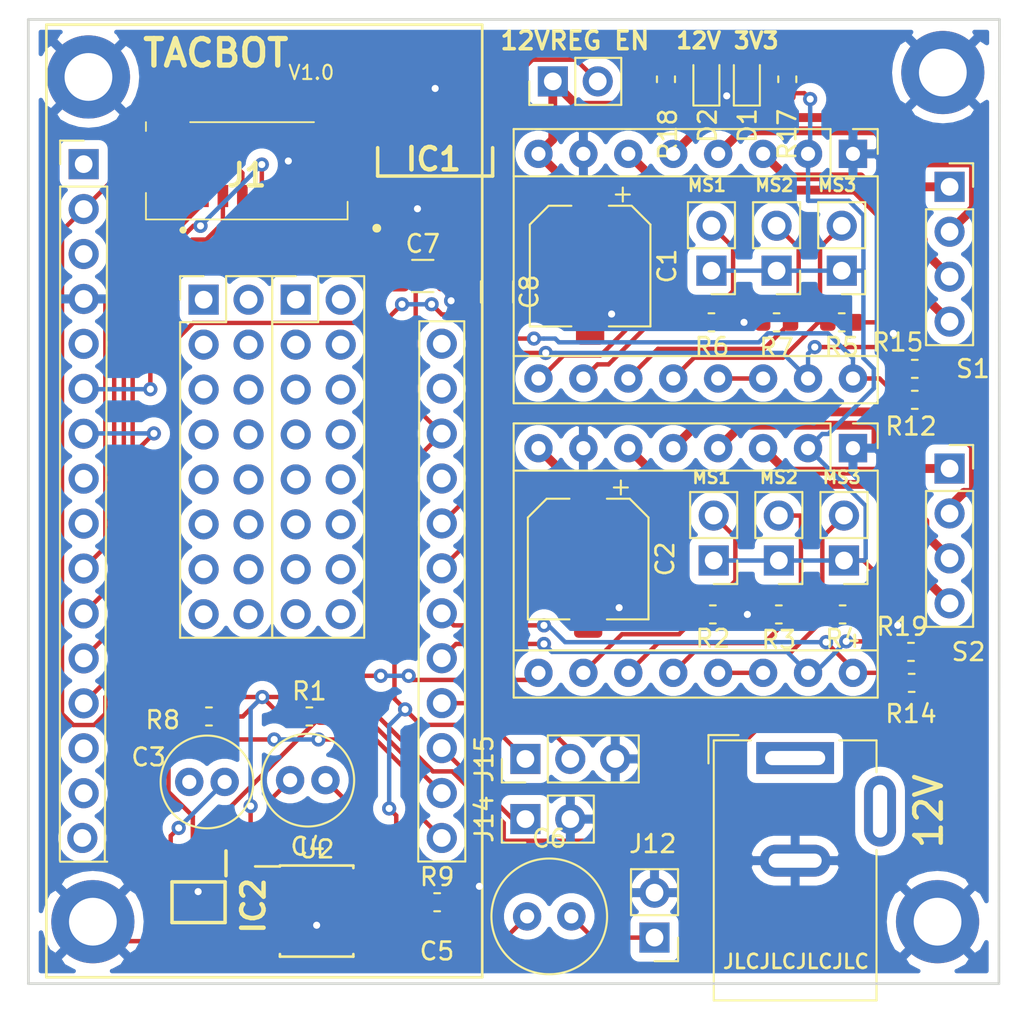
<source format=kicad_pcb>
(kicad_pcb (version 20171130) (host pcbnew "(5.1.6)-1")
  (layers (0 F.Cu signal) (31 B.Cu signal) (34 B.Paste user) (35 F.Paste user) (36 B.SilkS user) (37 F.SilkS user) (38 B.Mask user) (39 F.Mask user) (44 Edge.Cuts user))
  (net 0 "")
  (net 1 GND)
  (net 2 +3V3)
  (net 3 "Net-(D1-Pad2)")
  (net 4 "Net-(D2-Pad2)")
  (net 5 /S0_STEP)
  (net 6 /S1_STEP)
  (net 7 /S0_DIR)
  (net 8 /S1_DIR)
  (net 9 +12V)
  (net 10 "Net-(A1-Pad13)")
  (net 11 /S0_MS3)
  (net 12 /S0_MS2)
  (net 13 /S0_MS1)
  (net 14 /S1_MS3)
  (net 15 /S1_MS1)
  (net 16 /S1_MS2)
  (net 17 /S0_1B)
  (net 18 /S0_1A)
  (net 19 /S0_2A)
  (net 20 /S0_2B)
  (net 21 "Net-(A2-Pad13)")
  (net 22 /S1_1A)
  (net 23 /S1_2A)
  (net 24 /S1_1B)
  (net 25 /S1_2B)
  (net 26 /S1_EN)
  (net 27 /S0_EN)
  (net 28 "Net-(U1-Pad25)")
  (net 29 "Net-(U1-Pad1)")
  (net 30 "Net-(U1-Pad3)")
  (net 31 "Net-(U1-Pad27)")
  (net 32 "Net-(U1-Pad28)")
  (net 33 /SERVO)
  (net 34 +5V)
  (net 35 /SCL)
  (net 36 /SDA)
  (net 37 /MI)
  (net 38 /MO)
  (net 39 "Net-(J1-PadG4)")
  (net 40 "Net-(J1-PadG3)")
  (net 41 "Net-(J1-PadG2)")
  (net 42 "Net-(J1-PadG1)")
  (net 43 "Net-(J1-Pad8)")
  (net 44 "Net-(J1-Pad1)")
  (net 45 "Net-(U2-Pad7)")
  (net 46 "Net-(J8-Pad16)")
  (net 47 "Net-(J8-Pad15)")
  (net 48 "Net-(J8-Pad14)")
  (net 49 "Net-(J8-Pad13)")
  (net 50 "Net-(J8-Pad12)")
  (net 51 "Net-(J8-Pad11)")
  (net 52 "Net-(J8-Pad10)")
  (net 53 "Net-(J8-Pad9)")
  (net 54 "Net-(J8-Pad8)")
  (net 55 "Net-(J8-Pad7)")
  (net 56 "Net-(J8-Pad6)")
  (net 57 "Net-(J8-Pad5)")
  (net 58 "Net-(J8-Pad4)")
  (net 59 "Net-(J8-Pad3)")
  (net 60 "Net-(J8-Pad2)")
  (net 61 "Net-(J8-Pad1)")
  (net 62 "Net-(J9-Pad16)")
  (net 63 "Net-(J9-Pad15)")
  (net 64 "Net-(J9-Pad14)")
  (net 65 "Net-(J9-Pad13)")
  (net 66 "Net-(J9-Pad12)")
  (net 67 "Net-(J9-Pad11)")
  (net 68 "Net-(J9-Pad10)")
  (net 69 "Net-(J9-Pad9)")
  (net 70 "Net-(J9-Pad8)")
  (net 71 "Net-(J9-Pad7)")
  (net 72 "Net-(J9-Pad6)")
  (net 73 "Net-(J9-Pad5)")
  (net 74 "Net-(J9-Pad4)")
  (net 75 "Net-(J9-Pad3)")
  (net 76 "Net-(J9-Pad2)")
  (net 77 "Net-(J9-Pad1)")
  (net 78 "Net-(C3-Pad2)")
  (net 79 /SPEAKER_SIG)
  (net 80 "Net-(C4-Pad2)")
  (net 81 "Net-(C4-Pad1)")
  (net 82 "Net-(C5-Pad2)")
  (net 83 "Net-(C5-Pad1)")
  (net 84 "Net-(C6-Pad2)")
  (net 85 "Net-(C7-Pad1)")
  (net 86 "Net-(IC2-Pad6)")
  (net 87 "Net-(IC2-Pad1)")
  (net 88 /BUTTON)
  (net 89 "Net-(U1-Pad5)")
  (net 90 "Net-(U1-Pad9)")
  (net 91 "Net-(U1-Pad15)")
  (net 92 "Net-(U1-Pad14)")
  (net 93 "Net-(U1-Pad8)")
  (net 94 /SCK)
  (net 95 /SD_CS)
  (net 96 "Net-(U1-Pad16)")
  (module Connector_PinHeader_2.54mm:FeatherFootprint (layer F.Cu) (at 14.732 84.276001)
    (fp_text reference U1 hide)
    (fp_text value FeatherM4)
    (pad 27 thru_hole circle (at 22.606 14.478) (size 1.7 1.7) (drill 1) (layers *.Cu *.Mask) (net 31 "Net-(U1-Pad27)"))
    (pad 26 thru_hole oval (at 22.606 17.018) (size 1.7 1.7) (drill 1) (layers *.Cu *.Mask) (net 34 +5V))
    (pad 25 thru_hole oval (at 22.606 19.558) (size 1.7 1.7) (drill 1) (layers *.Cu *.Mask) (net 28 "Net-(U1-Pad25)"))
    (pad 24 thru_hole oval (at 22.606 22.098) (size 1.7 1.7) (drill 1) (layers *.Cu *.Mask) (net 7 /S0_DIR))
    (pad 23 thru_hole oval (at 22.606 24.638) (size 1.7 1.7) (drill 1) (layers *.Cu *.Mask) (net 5 /S0_STEP))
    (pad 22 thru_hole oval (at 22.606 27.178) (size 1.7 1.7) (drill 1) (layers *.Cu *.Mask) (net 8 /S1_DIR))
    (pad 21 thru_hole oval (at 22.606 29.718) (size 1.7 1.7) (drill 1) (layers *.Cu *.Mask) (net 6 /S1_STEP))
    (pad 20 thru_hole oval (at 22.606 32.258) (size 1.7 1.7) (drill 1) (layers *.Cu *.Mask) (net 33 /SERVO))
    (pad 19 thru_hole oval (at 22.606 34.798) (size 1.7 1.7) (drill 1) (layers *.Cu *.Mask) (net 88 /BUTTON))
    (pad 18 thru_hole oval (at 22.606 37.338) (size 1.7 1.7) (drill 1) (layers *.Cu *.Mask) (net 35 /SCL))
    (pad 17 thru_hole oval (at 22.606 39.878) (size 1.7 1.7) (drill 1) (layers *.Cu *.Mask) (net 36 /SDA))
    (pad 5 thru_hole oval (at 2.362 11.948) (size 1.7 1.7) (drill 1) (layers *.Cu *.Mask) (net 89 "Net-(U1-Pad5)"))
    (pad 1 thru_hole rect (at 2.362 1.788) (size 1.7 1.7) (drill 1) (layers *.Cu *.Mask) (net 29 "Net-(U1-Pad1)"))
    (pad 6 thru_hole oval (at 2.362 14.488) (size 1.7 1.7) (drill 1) (layers *.Cu *.Mask) (net 27 /S0_EN))
    (pad 2 thru_hole oval (at 2.362 4.328) (size 1.7 1.7) (drill 1) (layers *.Cu *.Mask) (net 2 +3V3))
    (pad 9 thru_hole oval (at 2.362 22.108) (size 1.7 1.7) (drill 1) (layers *.Cu *.Mask) (net 90 "Net-(U1-Pad9)"))
    (pad 15 thru_hole oval (at 2.362 37.348) (size 1.7 1.7) (drill 1) (layers *.Cu *.Mask) (net 91 "Net-(U1-Pad15)"))
    (pad 14 thru_hole oval (at 2.362 34.808) (size 1.7 1.7) (drill 1) (layers *.Cu *.Mask) (net 92 "Net-(U1-Pad14)"))
    (pad 11 thru_hole oval (at 2.362 27.188) (size 1.7 1.7) (drill 1) (layers *.Cu *.Mask) (net 94 /SCK))
    (pad 4 thru_hole oval (at 2.362 9.408) (size 1.7 1.7) (drill 1) (layers *.Cu *.Mask) (net 1 GND))
    (pad 13 thru_hole oval (at 2.362 32.268) (size 1.7 1.7) (drill 1) (layers *.Cu *.Mask) (net 37 /MI))
    (pad 12 thru_hole oval (at 2.362 29.728) (size 1.7 1.7) (drill 1) (layers *.Cu *.Mask) (net 38 /MO))
    (pad 3 thru_hole oval (at 2.362 6.868) (size 1.7 1.7) (drill 1) (layers *.Cu *.Mask) (net 30 "Net-(U1-Pad3)"))
    (pad 7 thru_hole oval (at 2.362 17.028) (size 1.7 1.7) (drill 1) (layers *.Cu *.Mask) (net 26 /S1_EN))
    (pad 8 thru_hole oval (at 2.362 19.568) (size 1.7 1.7) (drill 1) (layers *.Cu *.Mask) (net 93 "Net-(U1-Pad8)"))
    (pad 10 thru_hole oval (at 2.362 24.648) (size 1.7 1.7) (drill 1) (layers *.Cu *.Mask) (net 95 /SD_CS))
    (pad 28 thru_hole circle (at 22.606 11.938) (size 1.7 1.7) (drill 1) (layers *.Cu *.Mask) (net 32 "Net-(U1-Pad28)"))
    (pad 16 thru_hole circle (at 2.286 39.878) (size 1.7 1.7) (drill 1) (layers *.Cu *.Mask) (net 96 "Net-(U1-Pad16)"))
  )
  (module Connector_PinHeader_2.54mm:PinHeader_1x02_P2.54mm_Vertical (layer F.Cu) (at 42.064 123.086 90)
    (fp_text reference J14 (at 0 -2.33 90) (layer F.SilkS))
    (fp_text value Conn_01x02)
    (pad 2 thru_hole oval (at 0 2.54 90) (size 1.7 1.7) (drill 1) (layers *.Cu *.Mask) (net 1 GND))
    (pad 1 thru_hole rect (at 0 0 90) (size 1.7 1.7) (drill 1) (layers *.Cu *.Mask) (net 88 /BUTTON))
  )
  (module Connector_PinHeader_2.54mm:PinHeader_1x02_P2.54mm_Vertical (layer F.Cu) (at 49.364 129.786 180)
    (fp_text reference J12 (at 0.1 5.3) (layer F.SilkS))
    (fp_text value Conn_01x02)
    (pad 2 thru_hole oval (at 0 2.54 180) (size 1.7 1.7) (drill 1) (layers *.Cu *.Mask) (net 1 GND))
    (pad 1 thru_hole rect (at 0 0 180) (size 1.7 1.7) (drill 1) (layers *.Cu *.Mask) (net 84 "Net-(C6-Pad2)"))
  )
  (module Resistor_SMD:R_0603_1608Metric (layer F.Cu) (at 37.0765 127.786)
    (fp_text reference R9 (at 0 -1.43) (layer F.SilkS))
    (fp_text value 10)
    (pad 2 smd roundrect (at 0.7875 0) (size 0.875 0.95) (layers F.Cu F.Paste F.Mask) (net 1 GND))
    (pad 1 smd roundrect (at -0.7875 0) (size 0.875 0.95) (layers F.Cu F.Paste F.Mask) (net 82 "Net-(C5-Pad2)"))
  )
  (module Resistor_SMD:R_0603_1608Metric (layer F.Cu) (at 24.1765 117.286 180)
    (fp_text reference R8 (at 2.6125 -0.2) (layer F.SilkS))
    (fp_text value 10k)
    (pad 2 smd roundrect (at 0.7875 0 180) (size 0.875 0.95) (layers F.Cu F.Paste F.Mask) (net 36 /SDA))
    (pad 1 smd roundrect (at -0.7875 0 180) (size 0.875 0.95) (layers F.Cu F.Paste F.Mask) (net 2 +3V3))
  )
  (module Resistor_SMD:R_0603_1608Metric (layer F.Cu) (at 29.8515 117.286)
    (fp_text reference R1 (at 0 -1.43) (layer F.SilkS))
    (fp_text value 10k)
    (pad 2 smd roundrect (at 0.7875 0) (size 0.875 0.95) (layers F.Cu F.Paste F.Mask) (net 35 /SCL))
    (pad 1 smd roundrect (at -0.7875 0) (size 0.875 0.95) (layers F.Cu F.Paste F.Mask) (net 2 +3V3))
  )
  (module SamacSys_Parts:SOP65P490X110-8N (layer F.Cu) (at 23.589 127.786 270)
    (fp_text reference IC2 (at 0.2 -3.1 90) (layer F.SilkS) (effects (font (size 1.27 1.27) (thickness 0.254))))
    (fp_text value MCP4531-103E_MS hide)
    (pad 8 smd rect (at 2.2 -0.975) (size 0.45 1.4) (layers F.Cu F.Paste F.Mask) (net 2 +3V3))
    (pad 7 smd rect (at 2.2 -0.325) (size 0.45 1.4) (layers F.Cu F.Paste F.Mask) (net 78 "Net-(C3-Pad2)"))
    (pad 6 smd rect (at 2.2 0.325) (size 0.45 1.4) (layers F.Cu F.Paste F.Mask) (net 86 "Net-(IC2-Pad6)"))
    (pad 5 smd rect (at 2.2 0.975) (size 0.45 1.4) (layers F.Cu F.Paste F.Mask) (net 1 GND))
    (pad 4 smd rect (at -2.2 0.975) (size 0.45 1.4) (layers F.Cu F.Paste F.Mask) (net 1 GND))
    (pad 3 smd rect (at -2.2 0.325) (size 0.45 1.4) (layers F.Cu F.Paste F.Mask) (net 36 /SDA))
    (pad 2 smd rect (at -2.2 -0.325) (size 0.45 1.4) (layers F.Cu F.Paste F.Mask) (net 35 /SCL))
    (pad 1 smd rect (at -2.2 -0.975) (size 0.45 1.4) (layers F.Cu F.Paste F.Mask) (net 87 "Net-(IC2-Pad1)"))
  )
  (module Capacitor_SMD:C_1206_3216Metric (layer F.Cu) (at 40.464 93.286 270)
    (fp_text reference C8 (at 0 -1.82 90) (layer F.SilkS))
    (fp_text value 1uF)
    (pad 2 smd roundrect (at 1.4 0 270) (size 1.25 1.75) (layers F.Cu F.Paste F.Mask) (roundrect_rratio 0.2) (net 1 GND))
    (pad 1 smd roundrect (at -1.4 0 270) (size 1.25 1.75) (layers F.Cu F.Paste F.Mask) (roundrect_rratio 0.2) (net 34 +5V))
  )
  (module Capacitor_SMD:C_1206_3216Metric (layer F.Cu) (at 36.264 92.386)
    (fp_text reference C7 (at 0 -1.82) (layer F.SilkS))
    (fp_text value 1uF)
    (pad 2 smd roundrect (at 1.4 0) (size 1.25 1.75) (layers F.Cu F.Paste F.Mask) (roundrect_rratio 0.2) (net 1 GND))
    (pad 1 smd roundrect (at -1.4 0) (size 1.25 1.75) (layers F.Cu F.Paste F.Mask) (roundrect_rratio 0.2) (net 85 "Net-(C7-Pad1)"))
  )
  (module Capacitor_THT:C_Radial_D6.3mm_H7.0mm_P2.50mm (layer F.Cu) (at 42.164 128.586)
    (fp_text reference C6 (at 1.25 -4.4) (layer F.SilkS))
    (fp_text value 200uF)
    (pad 2 thru_hole circle (at 2.5 0) (size 1.6 1.6) (drill 0.8) (layers *.Cu *.Mask) (net 84 "Net-(C6-Pad2)"))
    (pad 1 thru_hole circle (at 0 0) (size 1.6 1.6) (drill 0.8) (layers *.Cu *.Mask) (net 83 "Net-(C5-Pad1)"))
  )
  (module Capacitor_SMD:C_0402_1005Metric (layer F.Cu) (at 37.064 129.386 180)
    (fp_text reference C5 (at 0 -1.17) (layer F.SilkS))
    (fp_text value 0.1uF)
    (pad 2 smd roundrect (at 0.485 0 180) (size 0.59 0.64) (layers F.Cu F.Paste F.Mask) (net 82 "Net-(C5-Pad2)"))
    (pad 1 smd roundrect (at -0.485 0 180) (size 0.59 0.64) (layers F.Cu F.Paste F.Mask) (net 83 "Net-(C5-Pad1)"))
  )
  (module Capacitor_THT:C_Radial_D5.0mm_H11.0mm_P2.00mm (layer F.Cu) (at 30.764 120.886 180)
    (fp_text reference C4 (at 1 -3.75) (layer F.SilkS))
    (fp_text value 10uF)
    (pad 2 thru_hole circle (at 2 0 180) (size 1.6 1.6) (drill 0.8) (layers *.Cu *.Mask) (net 80 "Net-(C4-Pad2)"))
    (pad 1 thru_hole circle (at 0 0 180) (size 1.6 1.6) (drill 0.8) (layers *.Cu *.Mask) (net 81 "Net-(C4-Pad1)"))
  )
  (module Capacitor_THT:C_Radial_D5.0mm_H11.0mm_P2.00mm (layer F.Cu) (at 23.064 120.986)
    (fp_text reference C3 (at -2.3 -1.4) (layer F.SilkS))
    (fp_text value 10uF)
    (pad 2 thru_hole circle (at 2 0) (size 1.6 1.6) (drill 0.8) (layers *.Cu *.Mask) (net 78 "Net-(C3-Pad2)"))
    (pad 1 thru_hole circle (at 0 0) (size 1.6 1.6) (drill 0.8) (layers *.Cu *.Mask) (net 79 /SPEAKER_SIG))
  )
  (module Connector_PinHeader_2.54mm:PinHeader_2x08_P2.54mm_Vertical (layer F.Cu) (at 29.083 93.726)
    (fp_text reference J9 hide)
    (fp_text value Conn_02x08_Counter_Clockwise)
    (pad 16 thru_hole oval (at 2.54 17.78) (size 1.7 1.7) (drill 1) (layers *.Cu *.Mask) (net 62 "Net-(J9-Pad16)"))
    (pad 15 thru_hole oval (at 0 17.78) (size 1.7 1.7) (drill 1) (layers *.Cu *.Mask) (net 63 "Net-(J9-Pad15)"))
    (pad 14 thru_hole oval (at 2.54 15.24) (size 1.7 1.7) (drill 1) (layers *.Cu *.Mask) (net 64 "Net-(J9-Pad14)"))
    (pad 13 thru_hole oval (at 0 15.24) (size 1.7 1.7) (drill 1) (layers *.Cu *.Mask) (net 65 "Net-(J9-Pad13)"))
    (pad 12 thru_hole oval (at 2.54 12.7) (size 1.7 1.7) (drill 1) (layers *.Cu *.Mask) (net 66 "Net-(J9-Pad12)"))
    (pad 11 thru_hole oval (at 0 12.7) (size 1.7 1.7) (drill 1) (layers *.Cu *.Mask) (net 67 "Net-(J9-Pad11)"))
    (pad 10 thru_hole oval (at 2.54 10.16) (size 1.7 1.7) (drill 1) (layers *.Cu *.Mask) (net 68 "Net-(J9-Pad10)"))
    (pad 9 thru_hole oval (at 0 10.16) (size 1.7 1.7) (drill 1) (layers *.Cu *.Mask) (net 69 "Net-(J9-Pad9)"))
    (pad 8 thru_hole oval (at 2.54 7.62) (size 1.7 1.7) (drill 1) (layers *.Cu *.Mask) (net 70 "Net-(J9-Pad8)"))
    (pad 7 thru_hole oval (at 0 7.62) (size 1.7 1.7) (drill 1) (layers *.Cu *.Mask) (net 71 "Net-(J9-Pad7)"))
    (pad 6 thru_hole oval (at 2.54 5.08) (size 1.7 1.7) (drill 1) (layers *.Cu *.Mask) (net 72 "Net-(J9-Pad6)"))
    (pad 5 thru_hole oval (at 0 5.08) (size 1.7 1.7) (drill 1) (layers *.Cu *.Mask) (net 73 "Net-(J9-Pad5)"))
    (pad 4 thru_hole oval (at 2.54 2.54) (size 1.7 1.7) (drill 1) (layers *.Cu *.Mask) (net 74 "Net-(J9-Pad4)"))
    (pad 3 thru_hole oval (at 0 2.54) (size 1.7 1.7) (drill 1) (layers *.Cu *.Mask) (net 75 "Net-(J9-Pad3)"))
    (pad 2 thru_hole oval (at 2.54 0) (size 1.7 1.7) (drill 1) (layers *.Cu *.Mask) (net 76 "Net-(J9-Pad2)"))
    (pad 1 thru_hole rect (at 0 0) (size 1.7 1.7) (drill 1) (layers *.Cu *.Mask) (net 77 "Net-(J9-Pad1)"))
  )
  (module Connector_PinHeader_2.54mm:PinHeader_2x08_P2.54mm_Vertical (layer F.Cu) (at 23.876 93.726)
    (fp_text reference J8 hide)
    (fp_text value Conn_02x08_Counter_Clockwise)
    (pad 16 thru_hole oval (at 2.54 17.78) (size 1.7 1.7) (drill 1) (layers *.Cu *.Mask) (net 46 "Net-(J8-Pad16)"))
    (pad 15 thru_hole oval (at 0 17.78) (size 1.7 1.7) (drill 1) (layers *.Cu *.Mask) (net 47 "Net-(J8-Pad15)"))
    (pad 14 thru_hole oval (at 2.54 15.24) (size 1.7 1.7) (drill 1) (layers *.Cu *.Mask) (net 48 "Net-(J8-Pad14)"))
    (pad 13 thru_hole oval (at 0 15.24) (size 1.7 1.7) (drill 1) (layers *.Cu *.Mask) (net 49 "Net-(J8-Pad13)"))
    (pad 12 thru_hole oval (at 2.54 12.7) (size 1.7 1.7) (drill 1) (layers *.Cu *.Mask) (net 50 "Net-(J8-Pad12)"))
    (pad 11 thru_hole oval (at 0 12.7) (size 1.7 1.7) (drill 1) (layers *.Cu *.Mask) (net 51 "Net-(J8-Pad11)"))
    (pad 10 thru_hole oval (at 2.54 10.16) (size 1.7 1.7) (drill 1) (layers *.Cu *.Mask) (net 52 "Net-(J8-Pad10)"))
    (pad 9 thru_hole oval (at 0 10.16) (size 1.7 1.7) (drill 1) (layers *.Cu *.Mask) (net 53 "Net-(J8-Pad9)"))
    (pad 8 thru_hole oval (at 2.54 7.62) (size 1.7 1.7) (drill 1) (layers *.Cu *.Mask) (net 54 "Net-(J8-Pad8)"))
    (pad 7 thru_hole oval (at 0 7.62) (size 1.7 1.7) (drill 1) (layers *.Cu *.Mask) (net 55 "Net-(J8-Pad7)"))
    (pad 6 thru_hole oval (at 2.54 5.08) (size 1.7 1.7) (drill 1) (layers *.Cu *.Mask) (net 56 "Net-(J8-Pad6)"))
    (pad 5 thru_hole oval (at 0 5.08) (size 1.7 1.7) (drill 1) (layers *.Cu *.Mask) (net 57 "Net-(J8-Pad5)"))
    (pad 4 thru_hole oval (at 2.54 2.54) (size 1.7 1.7) (drill 1) (layers *.Cu *.Mask) (net 58 "Net-(J8-Pad4)"))
    (pad 3 thru_hole oval (at 0 2.54) (size 1.7 1.7) (drill 1) (layers *.Cu *.Mask) (net 59 "Net-(J8-Pad3)"))
    (pad 2 thru_hole oval (at 2.54 0) (size 1.7 1.7) (drill 1) (layers *.Cu *.Mask) (net 60 "Net-(J8-Pad2)"))
    (pad 1 thru_hole rect (at 0 0) (size 1.7 1.7) (drill 1) (layers *.Cu *.Mask) (net 61 "Net-(J8-Pad1)"))
  )
  (module Package_SO:SOIC-8_3.9x4.9mm_P1.27mm (layer F.Cu) (at 30.264 128.286)
    (fp_text reference U2 (at 0 -3.5) (layer F.SilkS))
    (fp_text value LM386)
    (pad 8 smd rect (at 2.7 -1.905) (size 1.55 0.6) (layers F.Cu F.Paste F.Mask) (net 81 "Net-(C4-Pad1)"))
    (pad 7 smd rect (at 2.7 -0.635) (size 1.55 0.6) (layers F.Cu F.Paste F.Mask) (net 45 "Net-(U2-Pad7)"))
    (pad 6 smd rect (at 2.7 0.635) (size 1.55 0.6) (layers F.Cu F.Paste F.Mask) (net 34 +5V))
    (pad 5 smd rect (at 2.7 1.905) (size 1.55 0.6) (layers F.Cu F.Paste F.Mask) (net 83 "Net-(C5-Pad1)"))
    (pad 4 smd rect (at -2.7 1.905) (size 1.55 0.6) (layers F.Cu F.Paste F.Mask) (net 1 GND))
    (pad 3 smd rect (at -2.7 0.635) (size 1.55 0.6) (layers F.Cu F.Paste F.Mask) (net 86 "Net-(IC2-Pad6)"))
    (pad 2 smd rect (at -2.7 -0.635) (size 1.55 0.6) (layers F.Cu F.Paste F.Mask) (net 1 GND))
    (pad 1 smd rect (at -2.7 -1.905) (size 1.55 0.6) (layers F.Cu F.Paste F.Mask) (net 80 "Net-(C4-Pad2)"))
  )
  (module Connector_PinHeader_2.54mm:PinHeader_1x03_P2.54mm_Vertical (layer F.Cu) (at 42.064 119.686 90)
    (fp_text reference J15 (at 0 -2.33 90) (layer F.SilkS))
    (fp_text value Conn_01x03)
    (pad 3 thru_hole oval (at 0 5.08 90) (size 1.7 1.7) (drill 1) (layers *.Cu *.Mask) (net 1 GND))
    (pad 2 thru_hole oval (at 0 2.54 90) (size 1.7 1.7) (drill 1) (layers *.Cu *.Mask) (net 33 /SERVO))
    (pad 1 thru_hole rect (at 0 0 90) (size 1.7 1.7) (drill 1) (layers *.Cu *.Mask) (net 34 +5V))
  )
  (module Capacitor_SMD:CP_Elec_6.3x5.8 (layer F.Cu) (at 45.614 108.386 270)
    (fp_text reference C2 (at 0 -4.35 90) (layer F.SilkS))
    (fp_text value 47uF)
    (pad 2 smd roundrect (at 2.7 0 270) (size 3.5 1.6) (layers F.Cu F.Paste F.Mask) (roundrect_rratio 0.15625) (net 1 GND))
    (pad 1 smd roundrect (at -2.7 0 270) (size 3.5 1.6) (layers F.Cu F.Paste F.Mask) (roundrect_rratio 0.15625) (net 9 +12V))
  )
  (module SamacSys_Parts:473093351 (layer F.Cu) (at 26.314 86.691 180)
    (fp_text reference J1 (at 0 0) (layer F.SilkS) (effects (font (size 1.27 1.27) (thickness 0.254))))
    (fp_text value 47309-3351 hide)
    (pad G4 smd rect (at 4.475 2.775 270) (size 0.85 0.95) (layers F.Cu F.Paste F.Mask) (net 39 "Net-(J1-PadG4)"))
    (pad G3 smd rect (at 5.4 1.8 270) (size 0.6 1) (layers F.Cu F.Paste F.Mask) (net 40 "Net-(J1-PadG3)"))
    (pad G2 smd rect (at 5.175 0.55 270) (size 1.4 1.45) (layers F.Cu F.Paste F.Mask) (net 41 "Net-(J1-PadG2)"))
    (pad G1 smd rect (at -5.3 1.305 180) (size 1.2 3.79) (layers F.Cu F.Paste F.Mask) (net 42 "Net-(J1-PadG1)"))
    (pad 8 smd rect (at -4.15 -1.175 180) (size 0.6 1.25) (layers F.Cu F.Paste F.Mask) (net 43 "Net-(J1-Pad8)"))
    (pad 7 smd rect (at -3.05 -1.175 180) (size 0.6 1.25) (layers F.Cu F.Paste F.Mask) (net 37 /MI))
    (pad 6 smd rect (at -1.95 -1.175 180) (size 0.6 1.25) (layers F.Cu F.Paste F.Mask) (net 1 GND))
    (pad 5 smd rect (at -0.85 -1.175 180) (size 0.6 1.25) (layers F.Cu F.Paste F.Mask) (net 94 /SCK))
    (pad 4 smd rect (at 0.25 -1.175 180) (size 0.6 1.25) (layers F.Cu F.Paste F.Mask) (net 2 +3V3))
    (pad 3 smd rect (at 1.35 -1.175 180) (size 0.6 1.25) (layers F.Cu F.Paste F.Mask) (net 38 /MO))
    (pad 2 smd rect (at 2.45 -1.175 180) (size 0.6 1.25) (layers F.Cu F.Paste F.Mask) (net 95 /SD_CS))
    (pad 1 smd rect (at 3.55 -1.175 180) (size 0.6 1.25) (layers F.Cu F.Paste F.Mask) (net 44 "Net-(J1-Pad1)"))
  )
  (module SamacSys_Parts:TO229P990X238-4N (layer F.Cu) (at 36.964 84.386 90)
    (fp_text reference IC1 (at -1.4 -0.1 180) (layer F.SilkS) (effects (font (size 1.27 1.27) (thickness 0.254))))
    (fp_text value MC7805BDTRKG hide)
    (pad 4 smd rect (at 2.6 0 180) (size 5.55 5.95) (layers F.Cu F.Paste F.Mask) (net 1 GND))
    (pad 3 smd rect (at -4.15 2.29 180) (size 1 2.85) (layers F.Cu F.Paste F.Mask) (net 34 +5V))
    (pad 2 smd rect (at -4.15 0 180) (size 1 2.85) (layers F.Cu F.Paste F.Mask) (net 1 GND))
    (pad 1 smd rect (at -4.15 -2.29 180) (size 1 2.85) (layers F.Cu F.Paste F.Mask) (net 85 "Net-(C7-Pad1)"))
  )
  (module Connector_PinHeader_2.54mm:PinHeader_1x02_P2.54mm_Vertical (layer F.Cu) (at 43.614 81.386 90)
    (fp_text reference J21 hide)
    (fp_text value Conn_01x02)
    (pad 1 thru_hole rect (at 0 0 90) (size 1.7 1.7) (drill 1) (layers *.Cu *.Mask) (net 9 +12V))
    (pad 2 thru_hole oval (at 0 2.54 90) (size 1.7 1.7) (drill 1) (layers *.Cu *.Mask) (net 85 "Net-(C7-Pad1)"))
  )
  (module LED_SMD:LED_0603_1608Metric (layer F.Cu) (at 52.298 81.2665 90)
    (fp_text reference D2 (at -2.6195 0.066 90) (layer F.SilkS))
    (fp_text value LED)
    (pad 2 smd roundrect (at 0.7875 0 90) (size 0.875 0.95) (layers F.Cu F.Paste F.Mask) (net 4 "Net-(D2-Pad2)"))
    (pad 1 smd roundrect (at -0.7875 0 90) (size 0.875 0.95) (layers F.Cu F.Paste F.Mask) (net 1 GND))
  )
  (module LED_SMD:LED_0603_1608Metric (layer F.Cu) (at 54.584 81.2665 90)
    (fp_text reference D1 (at -2.6195 0.03 90) (layer F.SilkS))
    (fp_text value LED)
    (pad 1 smd roundrect (at -0.7875 0 90) (size 0.875 0.95) (layers F.Cu F.Paste F.Mask) (net 1 GND))
    (pad 2 smd roundrect (at 0.7875 0 90) (size 0.875 0.95) (layers F.Cu F.Paste F.Mask) (net 3 "Net-(D1-Pad2)"))
  )
  (module Resistor_SMD:R_0603_1608Metric (layer F.Cu) (at 50.012 81.2665 270)
    (fp_text reference R18 (at 3.1195 -0.102 270) (layer F.SilkS))
    (fp_text value 1k5)
    (pad 2 smd roundrect (at 0.7875 0 270) (size 0.875 0.95) (layers F.Cu F.Paste F.Mask) (net 9 +12V))
    (pad 1 smd roundrect (at -0.7875 0 270) (size 0.875 0.95) (layers F.Cu F.Paste F.Mask) (net 4 "Net-(D2-Pad2)"))
  )
  (module Resistor_SMD:R_0603_1608Metric (layer F.Cu) (at 56.87 81.2665 270)
    (fp_text reference R17 (at 3.1195 0.006 270) (layer F.SilkS))
    (fp_text value 174)
    (pad 1 smd roundrect (at -0.7875 0 270) (size 0.875 0.95) (layers F.Cu F.Paste F.Mask) (net 3 "Net-(D1-Pad2)"))
    (pad 2 smd roundrect (at 0.7875 0 270) (size 0.875 0.95) (layers F.Cu F.Paste F.Mask) (net 2 +3V3))
  )
  (module Resistor_SMD:R_0603_1608Metric (layer F.Cu) (at 64.0765 97.636)
    (fp_text reference R15 (at -0.9625 -1.5) (layer F.SilkS))
    (fp_text value 10k)
    (pad 1 smd roundrect (at -0.7875 0) (size 0.875 0.95) (layers F.Cu F.Paste F.Mask) (net 5 /S0_STEP))
    (pad 2 smd roundrect (at 0.7875 0) (size 0.875 0.95) (layers F.Cu F.Paste F.Mask) (net 1 GND))
  )
  (module Resistor_SMD:R_0603_1608Metric (layer F.Cu) (at 63.9015 115.386)
    (fp_text reference R14 (at -0.0375 1.75) (layer F.SilkS))
    (fp_text value 10k)
    (pad 2 smd roundrect (at 0.7875 0) (size 0.875 0.95) (layers F.Cu F.Paste F.Mask) (net 1 GND))
    (pad 1 smd roundrect (at -0.7875 0) (size 0.875 0.95) (layers F.Cu F.Paste F.Mask) (net 8 /S1_DIR))
  )
  (module Resistor_SMD:R_0603_1608Metric (layer F.Cu) (at 64.0765 99.386)
    (fp_text reference R12 (at -0.2125 1.5) (layer F.SilkS))
    (fp_text value 10k)
    (pad 2 smd roundrect (at 0.7875 0) (size 0.875 0.95) (layers F.Cu F.Paste F.Mask) (net 1 GND))
    (pad 1 smd roundrect (at -0.7875 0) (size 0.875 0.95) (layers F.Cu F.Paste F.Mask) (net 7 /S0_DIR))
  )
  (module Resistor_SMD:R_0603_1608Metric (layer F.Cu) (at 56.265 95.007 180)
    (fp_text reference R7 (at 0 -1.43 180) (layer F.SilkS))
    (fp_text value 10k)
    (pad 2 smd roundrect (at 0.7875 0 180) (size 0.875 0.95) (layers F.Cu F.Paste F.Mask) (net 1 GND))
    (pad 1 smd roundrect (at -0.7875 0 180) (size 0.875 0.95) (layers F.Cu F.Paste F.Mask) (net 12 /S0_MS2))
  )
  (module Resistor_SMD:R_0603_1608Metric (layer F.Cu) (at 52.582 95.007)
    (fp_text reference R6 (at 0.032 1.379) (layer F.SilkS))
    (fp_text value 10k)
    (pad 1 smd roundrect (at -0.7875 0) (size 0.875 0.95) (layers F.Cu F.Paste F.Mask) (net 13 /S0_MS1))
    (pad 2 smd roundrect (at 0.7875 0) (size 0.875 0.95) (layers F.Cu F.Paste F.Mask) (net 1 GND))
  )
  (module Resistor_SMD:R_0603_1608Metric (layer F.Cu) (at 59.948 95.007)
    (fp_text reference R5 (at 0 1.379) (layer F.SilkS))
    (fp_text value 10k)
    (pad 2 smd roundrect (at 0.7875 0) (size 0.875 0.95) (layers F.Cu F.Paste F.Mask) (net 1 GND))
    (pad 1 smd roundrect (at -0.7875 0) (size 0.875 0.95) (layers F.Cu F.Paste F.Mask) (net 11 /S0_MS3))
  )
  (module Resistor_SMD:R_0603_1608Metric (layer F.Cu) (at 59.9965 111.517)
    (fp_text reference R4 (at 0 1.369) (layer F.SilkS))
    (fp_text value 10k)
    (pad 1 smd roundrect (at -0.7875 0) (size 0.875 0.95) (layers F.Cu F.Paste F.Mask) (net 14 /S1_MS3))
    (pad 2 smd roundrect (at 0.7875 0) (size 0.875 0.95) (layers F.Cu F.Paste F.Mask) (net 1 GND))
  )
  (module Resistor_SMD:R_0603_1608Metric (layer F.Cu) (at 56.392 111.517 180)
    (fp_text reference R3 (at 0 -1.43 180) (layer F.SilkS))
    (fp_text value 10k)
    (pad 2 smd roundrect (at 0.7875 0 180) (size 0.875 0.95) (layers F.Cu F.Paste F.Mask) (net 1 GND))
    (pad 1 smd roundrect (at -0.7875 0 180) (size 0.875 0.95) (layers F.Cu F.Paste F.Mask) (net 16 /S1_MS2))
  )
  (module Resistor_SMD:R_0603_1608Metric (layer F.Cu) (at 52.6605 111.517)
    (fp_text reference R2 (at 0 1.369) (layer F.SilkS))
    (fp_text value 10k)
    (pad 1 smd roundrect (at -0.7875 0) (size 0.875 0.95) (layers F.Cu F.Paste F.Mask) (net 15 /S1_MS1))
    (pad 2 smd roundrect (at 0.7875 0) (size 0.875 0.95) (layers F.Cu F.Paste F.Mask) (net 1 GND))
  )
  (module Resistor_SMD:R_0603_1608Metric (layer F.Cu) (at 63.864 113.636)
    (fp_text reference R19 (at -0.5 -1.43) (layer F.SilkS))
    (fp_text value 10k)
    (pad 1 smd roundrect (at -0.7875 0) (size 0.875 0.95) (layers F.Cu F.Paste F.Mask) (net 6 /S1_STEP))
    (pad 2 smd roundrect (at 0.7875 0) (size 0.875 0.95) (layers F.Cu F.Paste F.Mask) (net 1 GND))
  )
  (module Capacitor_SMD:CP_Elec_6.3x5.8 (layer F.Cu) (at 45.724 91.826 270)
    (fp_text reference C1 (at 0 -4.35 270) (layer F.SilkS))
    (fp_text value 47uF)
    (pad 1 smd roundrect (at -2.7 0 270) (size 3.5 1.6) (layers F.Cu F.Paste F.Mask) (roundrect_rratio 0.15625) (net 9 +12V))
    (pad 2 smd roundrect (at 2.7 0 270) (size 3.5 1.6) (layers F.Cu F.Paste F.Mask) (roundrect_rratio 0.15625) (net 1 GND))
  )
  (module Connector_PinHeader_2.54mm:PinHeader_1x02_P2.54mm_Vertical (layer F.Cu) (at 52.709 108.469 180)
    (fp_text reference J2 hide)
    (fp_text value Conn_01x02)
    (pad 1 thru_hole rect (at 0 0 180) (size 1.7 1.7) (drill 1) (layers *.Cu *.Mask) (net 2 +3V3))
    (pad 2 thru_hole oval (at 0 2.54 180) (size 1.7 1.7) (drill 1) (layers *.Cu *.Mask) (net 15 /S1_MS1))
  )
  (module Connector_PinHeader_2.54mm:PinHeader_1x02_P2.54mm_Vertical (layer F.Cu) (at 60.075 108.469 180)
    (fp_text reference J4 hide)
    (fp_text value Conn_01x02)
    (pad 2 thru_hole oval (at 0 2.54 180) (size 1.7 1.7) (drill 1) (layers *.Cu *.Mask) (net 14 /S1_MS3))
    (pad 1 thru_hole rect (at 0 0 180) (size 1.7 1.7) (drill 1) (layers *.Cu *.Mask) (net 2 +3V3))
  )
  (module Connector_PinHeader_2.54mm:PinHeader_1x02_P2.54mm_Vertical (layer F.Cu) (at 56.392 108.469 180)
    (fp_text reference J3 hide)
    (fp_text value Conn_01x02)
    (pad 1 thru_hole rect (at 0 0 180) (size 1.7 1.7) (drill 1) (layers *.Cu *.Mask) (net 2 +3V3))
    (pad 2 thru_hole oval (at 0 2.54 180) (size 1.7 1.7) (drill 1) (layers *.Cu *.Mask) (net 16 /S1_MS2))
  )
  (module Connector_BarrelJack:BarrelJack_Wuerth_6941xx301002 (layer F.Cu) (at 57.314 119.636)
    (fp_text reference J13 hide)
    (fp_text value Conn_01x02)
    (pad 3 thru_hole oval (at 4.8 3 90) (size 4 1.8) (drill oval 3 0.8) (layers *.Cu *.Mask))
    (pad 2 thru_hole oval (at 0 5.8) (size 4 1.8) (drill oval 3 0.8) (layers *.Cu *.Mask) (net 1 GND))
    (pad 1 thru_hole rect (at 0 0) (size 4.4 1.8) (drill oval 3.4 0.8) (layers *.Cu *.Mask) (net 9 +12V))
  )
  (module Connector_PinHeader_2.54mm:PinHeader_1x02_P2.54mm_Vertical (layer F.Cu) (at 59.948 92.086 180)
    (fp_text reference J5 hide)
    (fp_text value Conn_01x02)
    (pad 1 thru_hole rect (at 0 0 180) (size 1.7 1.7) (drill 1) (layers *.Cu *.Mask) (net 2 +3V3))
    (pad 2 thru_hole oval (at 0 2.54 180) (size 1.7 1.7) (drill 1) (layers *.Cu *.Mask) (net 11 /S0_MS3))
  )
  (module Connector_PinHeader_2.54mm:PinHeader_1x02_P2.54mm_Vertical (layer F.Cu) (at 52.582 92.086 180)
    (fp_text reference J6 hide)
    (fp_text value Conn_01x02)
    (pad 2 thru_hole oval (at 0 2.54 180) (size 1.7 1.7) (drill 1) (layers *.Cu *.Mask) (net 13 /S0_MS1))
    (pad 1 thru_hole rect (at 0 0 180) (size 1.7 1.7) (drill 1) (layers *.Cu *.Mask) (net 2 +3V3))
  )
  (module Connector_PinHeader_2.54mm:PinHeader_1x02_P2.54mm_Vertical (layer F.Cu) (at 56.265 92.086 180)
    (fp_text reference J7 hide)
    (fp_text value Conn_01x02)
    (pad 1 thru_hole rect (at 0 0 180) (size 1.7 1.7) (drill 1) (layers *.Cu *.Mask) (net 2 +3V3))
    (pad 2 thru_hole oval (at 0 2.54 180) (size 1.7 1.7) (drill 1) (layers *.Cu *.Mask) (net 12 /S0_MS2))
  )
  (module Connector_PinSocket_2.54mm:PinSocket_1x04_P2.54mm_Vertical (layer F.Cu) (at 66.044 103.27)
    (fp_text reference J11 hide)
    (fp_text value Conn_01x04)
    (pad 1 thru_hole rect (at 0 0) (size 1.7 1.7) (drill 1) (layers *.Cu *.Mask) (net 22 /S1_1A))
    (pad 2 thru_hole oval (at 0 2.54) (size 1.7 1.7) (drill 1) (layers *.Cu *.Mask) (net 23 /S1_2A))
    (pad 3 thru_hole oval (at 0 5.08) (size 1.7 1.7) (drill 1) (layers *.Cu *.Mask) (net 24 /S1_1B))
    (pad 4 thru_hole oval (at 0 7.62) (size 1.7 1.7) (drill 1) (layers *.Cu *.Mask) (net 25 /S1_2B))
  )
  (module Connector_PinSocket_2.54mm:PinSocket_1x04_P2.54mm_Vertical (layer F.Cu) (at 66.044 87.346)
    (fp_text reference J10 hide)
    (fp_text value Conn_01x04)
    (pad 1 thru_hole rect (at 0 0) (size 1.7 1.7) (drill 1) (layers *.Cu *.Mask) (net 18 /S0_1A))
    (pad 2 thru_hole oval (at 0 2.54) (size 1.7 1.7) (drill 1) (layers *.Cu *.Mask) (net 19 /S0_2A))
    (pad 3 thru_hole oval (at 0 5.08) (size 1.7 1.7) (drill 1) (layers *.Cu *.Mask) (net 17 /S0_1B))
    (pad 4 thru_hole oval (at 0 7.62) (size 1.7 1.7) (drill 1) (layers *.Cu *.Mask) (net 20 /S0_2B))
  )
  (module Module:Pololu_Breakout-16_15.2x20.3mm (layer F.Cu) (at 60.583 102.119 270)
    (fp_text reference A2 hide)
    (fp_text value Pololu_Breakout_A4988)
    (pad 16 thru_hole oval (at 12.7 0 270) (size 1.6 1.6) (drill 0.8) (layers *.Cu *.Mask) (net 8 /S1_DIR))
    (pad 8 thru_hole oval (at 0 17.78 270) (size 1.6 1.6) (drill 0.8) (layers *.Cu *.Mask) (net 9 +12V))
    (pad 15 thru_hole oval (at 12.7 2.54 270) (size 1.6 1.6) (drill 0.8) (layers *.Cu *.Mask) (net 6 /S1_STEP))
    (pad 7 thru_hole oval (at 0 15.24 270) (size 1.6 1.6) (drill 0.8) (layers *.Cu *.Mask) (net 1 GND))
    (pad 14 thru_hole oval (at 12.7 5.08 270) (size 1.6 1.6) (drill 0.8) (layers *.Cu *.Mask) (net 21 "Net-(A2-Pad13)"))
    (pad 6 thru_hole oval (at 0 12.7 270) (size 1.6 1.6) (drill 0.8) (layers *.Cu *.Mask) (net 25 /S1_2B))
    (pad 13 thru_hole oval (at 12.7 7.62 270) (size 1.6 1.6) (drill 0.8) (layers *.Cu *.Mask) (net 21 "Net-(A2-Pad13)"))
    (pad 5 thru_hole oval (at 0 10.16 270) (size 1.6 1.6) (drill 0.8) (layers *.Cu *.Mask) (net 23 /S1_2A))
    (pad 12 thru_hole oval (at 12.7 10.16 270) (size 1.6 1.6) (drill 0.8) (layers *.Cu *.Mask) (net 14 /S1_MS3))
    (pad 4 thru_hole oval (at 0 7.62 270) (size 1.6 1.6) (drill 0.8) (layers *.Cu *.Mask) (net 22 /S1_1A))
    (pad 11 thru_hole oval (at 12.7 12.7 270) (size 1.6 1.6) (drill 0.8) (layers *.Cu *.Mask) (net 16 /S1_MS2))
    (pad 3 thru_hole oval (at 0 5.08 270) (size 1.6 1.6) (drill 0.8) (layers *.Cu *.Mask) (net 24 /S1_1B))
    (pad 10 thru_hole oval (at 12.7 15.24 270) (size 1.6 1.6) (drill 0.8) (layers *.Cu *.Mask) (net 15 /S1_MS1))
    (pad 2 thru_hole oval (at 0 2.54 270) (size 1.6 1.6) (drill 0.8) (layers *.Cu *.Mask) (net 2 +3V3))
    (pad 9 thru_hole oval (at 12.7 17.78 270) (size 1.6 1.6) (drill 0.8) (layers *.Cu *.Mask) (net 26 /S1_EN))
    (pad 1 thru_hole rect (at 0 0 270) (size 1.6 1.6) (drill 0.8) (layers *.Cu *.Mask) (net 1 GND))
  )
  (module MountingHole:MountingHole_2.7mm_M2.5_DIN965_Pad (layer F.Cu) (at 17.364 81.136)
    (fp_text reference J17 hide)
    (fp_text value Hole)
    (pad 1 thru_hole circle (at 0 0) (size 4.7 4.7) (drill 2.7) (layers *.Cu *.Mask) (net 1 GND))
  )
  (module MountingHole:MountingHole_2.7mm_M2.5_DIN965_Pad (layer F.Cu) (at 65.364 128.886)
    (fp_text reference J18 hide)
    (fp_text value Hole)
    (pad 1 thru_hole circle (at 0 0) (size 4.7 4.7) (drill 2.7) (layers *.Cu *.Mask) (net 1 GND))
  )
  (module MountingHole:MountingHole_2.7mm_M2.5_DIN965_Pad (layer F.Cu) (at 17.614 128.886)
    (fp_text reference J19 hide)
    (fp_text value Hole)
    (pad 1 thru_hole circle (at 0 0) (size 4.7 4.7) (drill 2.7) (layers *.Cu *.Mask) (net 1 GND))
  )
  (module MountingHole:MountingHole_2.7mm_M2.5_DIN965_Pad (layer F.Cu) (at 65.663 80.886)
    (fp_text reference J20 hide)
    (fp_text value Hole)
    (pad 1 thru_hole circle (at 0 0) (size 4.7 4.7) (drill 2.7) (layers *.Cu *.Mask) (net 1 GND))
  )
  (module Module:Pololu_Breakout-16_15.2x20.3mm (layer F.Cu) (at 60.583 85.482 270)
    (fp_text reference A1 hide)
    (fp_text value Pololu_Breakout_A4988)
    (pad 1 thru_hole rect (at 0 0 270) (size 1.6 1.6) (drill 0.8) (layers *.Cu *.Mask) (net 1 GND))
    (pad 9 thru_hole oval (at 12.7 17.78 270) (size 1.6 1.6) (drill 0.8) (layers *.Cu *.Mask) (net 27 /S0_EN))
    (pad 2 thru_hole oval (at 0 2.54 270) (size 1.6 1.6) (drill 0.8) (layers *.Cu *.Mask) (net 2 +3V3))
    (pad 10 thru_hole oval (at 12.7 15.24 270) (size 1.6 1.6) (drill 0.8) (layers *.Cu *.Mask) (net 13 /S0_MS1))
    (pad 3 thru_hole oval (at 0 5.08 270) (size 1.6 1.6) (drill 0.8) (layers *.Cu *.Mask) (net 17 /S0_1B))
    (pad 11 thru_hole oval (at 12.7 12.7 270) (size 1.6 1.6) (drill 0.8) (layers *.Cu *.Mask) (net 12 /S0_MS2))
    (pad 4 thru_hole oval (at 0 7.62 270) (size 1.6 1.6) (drill 0.8) (layers *.Cu *.Mask) (net 18 /S0_1A))
    (pad 12 thru_hole oval (at 12.7 10.16 270) (size 1.6 1.6) (drill 0.8) (layers *.Cu *.Mask) (net 11 /S0_MS3))
    (pad 5 thru_hole oval (at 0 10.16 270) (size 1.6 1.6) (drill 0.8) (layers *.Cu *.Mask) (net 19 /S0_2A))
    (pad 13 thru_hole oval (at 12.7 7.62 270) (size 1.6 1.6) (drill 0.8) (layers *.Cu *.Mask) (net 10 "Net-(A1-Pad13)"))
    (pad 6 thru_hole oval (at 0 12.7 270) (size 1.6 1.6) (drill 0.8) (layers *.Cu *.Mask) (net 20 /S0_2B))
    (pad 14 thru_hole oval (at 12.7 5.08 270) (size 1.6 1.6) (drill 0.8) (layers *.Cu *.Mask) (net 10 "Net-(A1-Pad13)"))
    (pad 7 thru_hole oval (at 0 15.24 270) (size 1.6 1.6) (drill 0.8) (layers *.Cu *.Mask) (net 1 GND))
    (pad 15 thru_hole oval (at 12.7 2.54 270) (size 1.6 1.6) (drill 0.8) (layers *.Cu *.Mask) (net 5 /S0_STEP))
    (pad 8 thru_hole oval (at 0 17.78 270) (size 1.6 1.6) (drill 0.8) (layers *.Cu *.Mask) (net 9 +12V))
    (pad 16 thru_hole oval (at 12.7 0 270) (size 1.6 1.6) (drill 0.8) (layers *.Cu *.Mask) (net 7 /S0_DIR))
  )
  (gr_text "12VREG EN" (at 44.864 79.086) (layer F.SilkS) (effects (font (size 1 1) (thickness 0.2))))
  (gr_text JLCJLCJLCJLC (at 57.364 131.136) (layer F.SilkS) (effects (font (size 0.8 0.8))))
  (gr_text MS3 (at 59.694 87.26) (layer F.SilkS) (effects (font (size 0.7 0.7))))
  (gr_text MS1 (at 52.328 87.26) (layer F.SilkS) (effects (font (size 0.7 0.7))))
  (gr_text MS2 (at 56.138 87.26) (layer F.SilkS) (effects (font (size 0.7 0.7))))
  (gr_text MS3 (at 59.948 103.77) (layer F.SilkS) (effects (font (size 0.7 0.7))))
  (gr_text MS1 (at 52.582 103.77) (layer F.SilkS) (effects (font (size 0.7 0.7))))
  (gr_text MS2 (at 56.392 103.77) (layer F.SilkS) (effects (font (size 0.7 0.7))))
  (gr_text 3V3 (at 55.114 79.086) (layer F.SilkS) (effects (font (size 0.9 0.9) (thickness 0.2))))
  (gr_text 12V (at 51.864 79.086) (layer F.SilkS) (effects (font (size 0.9 0.9) (thickness 0.2))))
  (gr_text 12V (at 64.864 122.636 90) (layer F.SilkS) (effects (font (size 1.5 1.5) (thickness 0.25))))
  (gr_text S1 (at 67.364 97.636) (layer F.SilkS) (effects (font (size 1 1))))
  (gr_text S2 (at 67.114 113.636) (layer F.SilkS) (effects (font (size 1 1))))
  (gr_text V1.0 (at 29.964 80.886) (layer F.SilkS) (effects (font (size 0.8 0.8) (thickness 0.12))))
  (gr_text TACBOT (at 24.564 79.786) (layer F.SilkS) (effects (font (size 1.5 1.5) (thickness 0.3))))
  (gr_line (start 13.97 132.386) (end 13.964 77.886) (layer Edge.Cuts) (width 0.15))
  (gr_line (start 68.834 132.386) (end 13.97 132.386) (layer Edge.Cuts) (width 0.15))
  (gr_line (start 68.864 77.886) (end 68.834 132.386) (layer Edge.Cuts) (width 0.15))
  (gr_line (start 13.964 77.886) (end 68.864 77.886) (layer Edge.Cuts) (width 0.15))
  (via (at 36.964 81.786) (size 0.8) (drill 0.4) (layers F.Cu B.Cu) (net 1))
  (segment (start 53.568 82.204) (end 54.584 82.204) (width 0.25) (layer F.Cu) (net 1))
  (segment (start 52.298 82.204) (end 53.446 82.204) (width 0.25) (layer F.Cu) (net 1))
  (segment (start 55.4775 95.007) (end 54.4235 95.007) (width 0.25) (layer F.Cu) (net 1))
  (segment (start 54.4235 95.007) (end 53.3695 95.007) (width 0.25) (layer F.Cu) (net 1))
  (via (at 54.4235 95.007) (size 0.8) (drill 0.4) (layers F.Cu B.Cu) (net 1))
  (segment (start 53.448 111.517) (end 54.614 111.517) (width 0.25) (layer F.Cu) (net 1))
  (segment (start 54.614 111.517) (end 55.6045 111.517) (width 0.25) (layer F.Cu) (net 1))
  (via (at 54.614 111.517) (size 0.8) (drill 0.4) (layers F.Cu B.Cu) (net 1))
  (via (at 47.364 111.136) (size 0.8) (drill 0.4) (layers F.Cu B.Cu) (net 1))
  (segment (start 45.343 111.042) (end 47.27 111.042) (width 0.25) (layer F.Cu) (net 1))
  (segment (start 47.27 111.042) (end 47.364 111.136) (width 0.25) (layer F.Cu) (net 1))
  (segment (start 64.6515 115.3485) (end 64.689 115.386) (width 0.25) (layer F.Cu) (net 1))
  (segment (start 64.6515 113.636) (end 64.6515 115.3485) (width 0.25) (layer F.Cu) (net 1))
  (segment (start 62.714001 111.736001) (end 63.114 112.136) (width 0.25) (layer F.Cu) (net 1))
  (segment (start 60.784 111.517) (end 62.495 111.517) (width 0.25) (layer F.Cu) (net 1))
  (segment (start 63.114 112.3485) (end 63.114 112.136) (width 0.25) (layer F.Cu) (net 1))
  (segment (start 62.495 111.517) (end 62.714001 111.736001) (width 0.25) (layer F.Cu) (net 1))
  (via (at 63.114 112.136) (size 0.8) (drill 0.4) (layers F.Cu B.Cu) (net 1))
  (segment (start 63.1515 112.136) (end 64.6515 113.636) (width 0.25) (layer F.Cu) (net 1))
  (segment (start 63.114 112.136) (end 63.1515 112.136) (width 0.25) (layer F.Cu) (net 1))
  (segment (start 64.864 98.386) (end 64.864 99.386) (width 0.25) (layer F.Cu) (net 1))
  (segment (start 64.864 97.636) (end 64.864 98.386) (width 0.25) (layer F.Cu) (net 1))
  (segment (start 62.235 95.007) (end 62.864 95.636) (width 0.25) (layer F.Cu) (net 1))
  (segment (start 60.7355 95.007) (end 62.235 95.007) (width 0.25) (layer F.Cu) (net 1))
  (segment (start 62.864 95.636) (end 64.864 97.636) (width 0.25) (layer F.Cu) (net 1))
  (via (at 62.864 95.636) (size 0.8) (drill 0.4) (layers F.Cu B.Cu) (net 1))
  (via (at 46.939 94.536) (size 0.8) (drill 0.4) (layers F.Cu B.Cu) (net 1))
  (segment (start 45.724 94.526) (end 46.929 94.526) (width 0.25) (layer F.Cu) (net 1))
  (segment (start 46.929 94.526) (end 46.939 94.536) (width 0.25) (layer F.Cu) (net 1))
  (segment (start 18.214 129.486) (end 17.614 128.886) (width 0.25) (layer F.Cu) (net 1))
  (segment (start 40.464 94.686) (end 39.964 94.686) (width 0.25) (layer F.Cu) (net 1))
  (segment (start 45.564 94.686) (end 45.724 94.526) (width 0.25) (layer F.Cu) (net 1))
  (segment (start 40.464 94.686) (end 45.564 94.686) (width 0.25) (layer F.Cu) (net 1))
  (via (at 28.664 85.886) (size 0.8) (drill 0.4) (layers F.Cu B.Cu) (net 1))
  (segment (start 28.264 87.866) (end 28.264 86.286) (width 0.25) (layer F.Cu) (net 1))
  (segment (start 28.264 86.286) (end 28.664 85.886) (width 0.25) (layer F.Cu) (net 1))
  (segment (start 36.964 88.536) (end 36.014 88.536) (width 0.25) (layer F.Cu) (net 1))
  (via (at 35.964 88.586) (size 0.8) (drill 0.4) (layers F.Cu B.Cu) (net 1))
  (segment (start 36.014 88.536) (end 35.964 88.586) (width 0.25) (layer F.Cu) (net 1))
  (segment (start 37.664 92.386) (end 37.664 93.586) (width 0.25) (layer F.Cu) (net 1))
  (via (at 37.864 93.786) (size 0.8) (drill 0.4) (layers F.Cu B.Cu) (net 1))
  (segment (start 37.664 93.586) (end 37.864 93.786) (width 0.25) (layer F.Cu) (net 1))
  (via (at 39.464 126.886) (size 0.8) (drill 0.4) (layers F.Cu B.Cu) (net 1))
  (segment (start 37.864 127.786) (end 38.564 127.786) (width 0.25) (layer F.Cu) (net 1))
  (segment (start 38.564 127.786) (end 39.464 126.886) (width 0.25) (layer F.Cu) (net 1))
  (segment (start 53.446 82.204) (end 53.568 82.204) (width 0.25) (layer F.Cu) (net 1))
  (via (at 53.446 82.204) (size 0.8) (drill 0.4) (layers F.Cu B.Cu) (net 1))
  (segment (start 27.564 127.651) (end 29.329 127.651) (width 0.25) (layer F.Cu) (net 1))
  (segment (start 29.329 127.651) (end 30.264 128.586) (width 0.25) (layer F.Cu) (net 1))
  (segment (start 30.264 128.586) (end 30.264 129.086) (width 0.25) (layer F.Cu) (net 1))
  (segment (start 29.659 130.191) (end 27.564 130.191) (width 0.25) (layer F.Cu) (net 1))
  (segment (start 30.264 129.586) (end 29.659 130.191) (width 0.25) (layer F.Cu) (net 1))
  (segment (start 30.264 129.086) (end 30.264 129.586) (width 0.25) (layer F.Cu) (net 1))
  (via (at 30.264 129.086) (size 0.8) (drill 0.4) (layers F.Cu B.Cu) (net 1))
  (segment (start 18.714 129.986) (end 17.614 128.886) (width 0.25) (layer F.Cu) (net 1))
  (segment (start 22.614 129.986) (end 18.714 129.986) (width 0.25) (layer F.Cu) (net 1))
  (segment (start 23.263998 127.186) (end 23.564 127.186) (width 0.25) (layer F.Cu) (net 1))
  (via (at 23.564 127.186) (size 0.8) (drill 0.4) (layers F.Cu B.Cu) (net 1))
  (segment (start 22.614 125.586) (end 22.614 126.536002) (width 0.25) (layer F.Cu) (net 1))
  (segment (start 22.614 126.536002) (end 23.263998 127.186) (width 0.25) (layer F.Cu) (net 1))
  (segment (start 58.17 102.246) (end 58.043 102.119) (width 0.25) (layer B.Cu) (net 2))
  (segment (start 58.842999 102.918999) (end 58.043 102.119) (width 0.25) (layer B.Cu) (net 2))
  (segment (start 61.300001 105.376001) (end 58.842999 102.918999) (width 0.25) (layer B.Cu) (net 2))
  (segment (start 56.138 92.086) (end 56.265 92.086) (width 0.25) (layer B.Cu) (net 2))
  (segment (start 58.842999 101.319001) (end 58.043 102.119) (width 0.25) (layer B.Cu) (net 2))
  (segment (start 59.185001 101.319001) (end 58.842999 101.319001) (width 0.25) (layer B.Cu) (net 2))
  (segment (start 61.758001 98.746001) (end 59.185001 101.319001) (width 0.25) (layer B.Cu) (net 2))
  (segment (start 61.758001 97.617999) (end 61.758001 98.746001) (width 0.25) (layer B.Cu) (net 2))
  (segment (start 61.173001 97.032999) (end 61.758001 97.617999) (width 0.25) (layer B.Cu) (net 2))
  (segment (start 61.109501 92.086) (end 59.948 92.086) (width 0.25) (layer B.Cu) (net 2))
  (segment (start 61.173001 92.0225) (end 61.109501 92.086) (width 0.25) (layer B.Cu) (net 2))
  (segment (start 61.173001 92.0225) (end 61.173001 97.032999) (width 0.25) (layer B.Cu) (net 2))
  (segment (start 57.365 92.086) (end 59.948 92.086) (width 0.25) (layer B.Cu) (net 2))
  (segment (start 56.265 92.086) (end 57.365 92.086) (width 0.25) (layer B.Cu) (net 2))
  (segment (start 53.682 92.086) (end 56.265 92.086) (width 0.25) (layer B.Cu) (net 2))
  (segment (start 52.582 92.086) (end 53.682 92.086) (width 0.25) (layer B.Cu) (net 2))
  (segment (start 61.173001 88.957999) (end 61.173001 92.0225) (width 0.25) (layer B.Cu) (net 2))
  (segment (start 60.351002 88.136) (end 61.173001 88.957999) (width 0.25) (layer B.Cu) (net 2))
  (segment (start 58.043 85.482) (end 58.043 88.136) (width 0.25) (layer B.Cu) (net 2))
  (segment (start 58.043 88.136) (end 60.351002 88.136) (width 0.25) (layer B.Cu) (net 2))
  (segment (start 61.217001 108.469) (end 60.075 108.469) (width 0.25) (layer B.Cu) (net 2))
  (segment (start 61.300001 108.386) (end 61.217001 108.469) (width 0.25) (layer B.Cu) (net 2))
  (segment (start 61.300001 108.386) (end 61.300001 105.376001) (width 0.25) (layer B.Cu) (net 2))
  (segment (start 60.075 108.469) (end 56.392 108.469) (width 0.25) (layer B.Cu) (net 2))
  (segment (start 56.392 108.469) (end 52.709 108.469) (width 0.25) (layer B.Cu) (net 2))
  (segment (start 22.614001 83.115999) (end 26.064 86.565998) (width 0.25) (layer F.Cu) (net 2))
  (segment (start 21.063999 83.115999) (end 22.614001 83.115999) (width 0.25) (layer F.Cu) (net 2))
  (segment (start 20.038999 84.140999) (end 21.063999 83.115999) (width 0.25) (layer F.Cu) (net 2))
  (segment (start 20.038999 85.659002) (end 20.038999 84.140999) (width 0.25) (layer F.Cu) (net 2))
  (segment (start 26.064 86.565998) (end 26.064 87.866) (width 0.25) (layer F.Cu) (net 2))
  (segment (start 17.094 88.604001) (end 20.038999 85.659002) (width 0.25) (layer F.Cu) (net 2))
  (segment (start 36.839997 120.389) (end 32.636997 116.186) (width 0.25) (layer F.Cu) (net 2))
  (segment (start 40.838999 123.301998) (end 37.926001 120.389) (width 0.25) (layer F.Cu) (net 2))
  (segment (start 61.175 108.469) (end 66.113986 113.407986) (width 0.25) (layer F.Cu) (net 2))
  (via (at 27.191 116.186) (size 0.8) (drill 0.4) (layers F.Cu B.Cu) (net 2))
  (segment (start 40.913999 124.311001) (end 40.838999 124.236001) (width 0.25) (layer F.Cu) (net 2))
  (segment (start 27.164 116.213) (end 27.191 116.186) (width 0.25) (layer B.Cu) (net 2))
  (segment (start 66.113986 113.407986) (end 66.113986 116.136) (width 0.25) (layer F.Cu) (net 2))
  (segment (start 65.713987 116.535999) (end 56.638999 116.535999) (width 0.25) (layer F.Cu) (net 2))
  (segment (start 66.113986 116.136) (end 65.713987 116.535999) (width 0.25) (layer F.Cu) (net 2))
  (segment (start 37.926001 120.389) (end 36.839997 120.389) (width 0.25) (layer F.Cu) (net 2))
  (segment (start 32.636997 116.186) (end 27.191 116.186) (width 0.25) (layer F.Cu) (net 2))
  (segment (start 40.838999 124.236001) (end 40.838999 123.301998) (width 0.25) (layer F.Cu) (net 2))
  (segment (start 56.638999 116.535999) (end 48.863997 124.311001) (width 0.25) (layer F.Cu) (net 2))
  (segment (start 48.863997 124.311001) (end 40.913999 124.311001) (width 0.25) (layer F.Cu) (net 2))
  (segment (start 60.075 108.469) (end 61.175 108.469) (width 0.25) (layer F.Cu) (net 2))
  (segment (start 18.319001 116.186) (end 27.191 116.186) (width 0.25) (layer F.Cu) (net 2))
  (segment (start 16.505999 117.769002) (end 17.682001 117.769002) (width 0.25) (layer F.Cu) (net 2))
  (segment (start 18.319001 117.132002) (end 18.319001 116.186) (width 0.25) (layer F.Cu) (net 2))
  (segment (start 15.868999 89.829002) (end 15.868999 117.132002) (width 0.25) (layer F.Cu) (net 2))
  (segment (start 17.094 88.604001) (end 15.868999 89.829002) (width 0.25) (layer F.Cu) (net 2))
  (segment (start 15.868999 117.132002) (end 16.505999 117.769002) (width 0.25) (layer F.Cu) (net 2))
  (segment (start 17.682001 117.769002) (end 18.319001 117.132002) (width 0.25) (layer F.Cu) (net 2))
  (segment (start 26.091 117.286) (end 27.191 116.186) (width 0.25) (layer F.Cu) (net 2))
  (segment (start 24.964 117.286) (end 26.091 117.286) (width 0.25) (layer F.Cu) (net 2))
  (segment (start 28.291 117.286) (end 27.191 116.186) (width 0.25) (layer F.Cu) (net 2))
  (segment (start 29.064 117.286) (end 28.291 117.286) (width 0.25) (layer F.Cu) (net 2))
  (via (at 58.164 82.386) (size 0.8) (drill 0.4) (layers F.Cu B.Cu) (net 2))
  (segment (start 56.87 82.054) (end 57.832 82.054) (width 0.25) (layer F.Cu) (net 2))
  (segment (start 57.832 82.054) (end 58.164 82.386) (width 0.25) (layer F.Cu) (net 2))
  (segment (start 58.164 85.361) (end 58.043 85.482) (width 0.25) (layer B.Cu) (net 2))
  (segment (start 58.164 82.386) (end 58.164 85.361) (width 0.25) (layer B.Cu) (net 2))
  (via (at 26.531509 122.353509) (size 0.8) (drill 0.4) (layers F.Cu B.Cu) (net 2))
  (segment (start 26.531509 125.218493) (end 26.531509 122.353509) (width 0.25) (layer F.Cu) (net 2))
  (segment (start 24.564 129.986) (end 24.564 127.186002) (width 0.25) (layer F.Cu) (net 2))
  (segment (start 24.564 127.186002) (end 26.531509 125.218493) (width 0.25) (layer F.Cu) (net 2))
  (segment (start 26.531509 116.845491) (end 27.191 116.186) (width 0.25) (layer B.Cu) (net 2))
  (segment (start 26.531509 122.353509) (end 26.531509 116.845491) (width 0.25) (layer B.Cu) (net 2))
  (segment (start 54.584 80.329) (end 56.87 80.329) (width 0.25) (layer F.Cu) (net 3))
  (segment (start 50.012 80.329) (end 52.298 80.329) (width 0.25) (layer F.Cu) (net 4))
  (via (at 58.424 96.404) (size 0.8) (drill 0.4) (layers F.Cu B.Cu) (net 5))
  (segment (start 58.043 98.182) (end 58.043 96.785) (width 0.25) (layer B.Cu) (net 5))
  (segment (start 58.043 96.785) (end 58.424 96.404) (width 0.25) (layer B.Cu) (net 5))
  (segment (start 58.989685 96.404) (end 58.424 96.404) (width 0.25) (layer F.Cu) (net 5))
  (segment (start 63.289 97.636) (end 62.057 96.404) (width 0.25) (layer F.Cu) (net 5))
  (segment (start 62.057 96.404) (end 58.989685 96.404) (width 0.25) (layer F.Cu) (net 5))
  (segment (start 56.597 96.736) (end 43.779685 96.736) (width 0.25) (layer B.Cu) (net 5))
  (segment (start 43.779685 96.736) (end 43.214 96.736) (width 0.25) (layer B.Cu) (net 5))
  (segment (start 58.043 98.182) (end 56.597 96.736) (width 0.25) (layer B.Cu) (net 5))
  (via (at 43.214 96.736) (size 0.8) (drill 0.4) (layers F.Cu B.Cu) (net 5))
  (segment (start 37.338 108.914001) (end 39.56401 106.687991) (width 0.25) (layer F.Cu) (net 5))
  (segment (start 39.56401 106.687991) (end 39.56401 98.09311) (width 0.25) (layer F.Cu) (net 5))
  (segment (start 40.92112 96.736) (end 43.214 96.736) (width 0.25) (layer F.Cu) (net 5))
  (segment (start 39.56401 98.09311) (end 40.92112 96.736) (width 0.25) (layer F.Cu) (net 5))
  (via (at 60.202 113.041) (size 0.8) (drill 0.4) (layers F.Cu B.Cu) (net 6))
  (segment (start 58.424 114.819) (end 58.043 114.819) (width 0.25) (layer B.Cu) (net 6))
  (segment (start 60.202 113.041) (end 58.424 114.819) (width 0.25) (layer B.Cu) (net 6))
  (segment (start 56.86 113.636) (end 43.563987 113.636) (width 0.25) (layer B.Cu) (net 6))
  (segment (start 58.043 114.819) (end 56.86 113.636) (width 0.25) (layer B.Cu) (net 6))
  (segment (start 43.563987 113.636) (end 43.513999 113.586012) (width 0.25) (layer B.Cu) (net 6))
  (segment (start 43.513999 113.586012) (end 43.114 113.186013) (width 0.25) (layer B.Cu) (net 6))
  (via (at 43.114 113.186013) (size 0.8) (drill 0.4) (layers F.Cu B.Cu) (net 6))
  (segment (start 60.202 113.041) (end 62.2315 113.041) (width 0.25) (layer F.Cu) (net 6))
  (segment (start 62.8265 113.636) (end 63.0765 113.636) (width 0.25) (layer F.Cu) (net 6))
  (segment (start 62.2315 113.041) (end 62.8265 113.636) (width 0.25) (layer F.Cu) (net 6))
  (segment (start 38.145988 113.186013) (end 37.338 113.994001) (width 0.25) (layer F.Cu) (net 6))
  (segment (start 43.114 113.186013) (end 38.145988 113.186013) (width 0.25) (layer F.Cu) (net 6))
  (segment (start 62.085 98.182) (end 60.583 98.182) (width 0.25) (layer F.Cu) (net 7))
  (segment (start 63.289 99.386) (end 62.085 98.182) (width 0.25) (layer F.Cu) (net 7))
  (segment (start 59.161369 95.628999) (end 55.770001 95.628999) (width 0.25) (layer B.Cu) (net 7))
  (segment (start 60.583 97.05063) (end 59.161369 95.628999) (width 0.25) (layer B.Cu) (net 7))
  (segment (start 60.583 98.182) (end 60.583 97.05063) (width 0.25) (layer B.Cu) (net 7))
  (segment (start 43.961002 96.135998) (end 43.749377 95.924373) (width 0.25) (layer B.Cu) (net 7))
  (segment (start 43.113512 95.924373) (end 42.547827 95.924373) (width 0.25) (layer B.Cu) (net 7))
  (segment (start 43.749377 95.924373) (end 43.113512 95.924373) (width 0.25) (layer B.Cu) (net 7))
  (via (at 42.547827 95.924373) (size 0.8) (drill 0.4) (layers F.Cu B.Cu) (net 7))
  (segment (start 55.770001 95.628999) (end 55.263002 96.135998) (width 0.25) (layer B.Cu) (net 7))
  (segment (start 55.263002 96.135998) (end 43.961002 96.135998) (width 0.25) (layer B.Cu) (net 7))
  (segment (start 37.338 106.374001) (end 39.064 104.648001) (width 0.25) (layer F.Cu) (net 7))
  (segment (start 39.064 104.648001) (end 39.064 97.886) (width 0.25) (layer F.Cu) (net 7))
  (segment (start 41.025627 95.924373) (end 42.547827 95.924373) (width 0.25) (layer F.Cu) (net 7))
  (segment (start 39.064 97.886) (end 41.025627 95.924373) (width 0.25) (layer F.Cu) (net 7))
  (via (at 59.062492 113.084492) (size 0.8) (drill 0.4) (layers F.Cu B.Cu) (net 8))
  (segment (start 60.583 114.819) (end 60.583 114.605) (width 0.25) (layer F.Cu) (net 8))
  (segment (start 60.583 114.605) (end 59.062492 113.084492) (width 0.25) (layer F.Cu) (net 8))
  (segment (start 59.062492 113.084492) (end 44.312482 113.084492) (width 0.25) (layer B.Cu) (net 8))
  (segment (start 43.363982 112.135992) (end 43.114 112.135992) (width 0.25) (layer B.Cu) (net 8))
  (segment (start 44.312482 113.084492) (end 43.363982 112.135992) (width 0.25) (layer B.Cu) (net 8))
  (via (at 43.114 112.135992) (size 0.8) (drill 0.4) (layers F.Cu B.Cu) (net 8))
  (segment (start 60.583 114.819) (end 62.297 114.819) (width 0.25) (layer F.Cu) (net 8))
  (segment (start 62.547 114.819) (end 63.114 115.386) (width 0.25) (layer F.Cu) (net 8))
  (segment (start 62.297 114.819) (end 62.547 114.819) (width 0.25) (layer F.Cu) (net 8))
  (segment (start 38.019991 112.135992) (end 37.338 111.454001) (width 0.25) (layer F.Cu) (net 8))
  (segment (start 43.114 112.135992) (end 38.019991 112.135992) (width 0.25) (layer F.Cu) (net 8))
  (segment (start 42.549 85.736) (end 42.803 85.482) (width 0.5) (layer F.Cu) (net 9))
  (segment (start 45.343 104.659) (end 42.803 102.119) (width 0.5) (layer F.Cu) (net 9))
  (segment (start 45.343 105.542) (end 45.343 104.659) (width 0.5) (layer F.Cu) (net 9))
  (segment (start 45.724 88.403) (end 45.724 89.126) (width 0.5) (layer F.Cu) (net 9))
  (segment (start 42.803 85.482) (end 45.724 88.403) (width 0.5) (layer F.Cu) (net 9))
  (segment (start 43.614 84.671) (end 42.803 85.482) (width 0.5) (layer F.Cu) (net 9))
  (segment (start 43.614 81.386) (end 43.614 84.671) (width 0.5) (layer F.Cu) (net 9))
  (segment (start 49.329999 82.736001) (end 50.012 82.054) (width 0.5) (layer F.Cu) (net 9))
  (segment (start 44.964001 82.736001) (end 49.329999 82.736001) (width 0.5) (layer F.Cu) (net 9))
  (segment (start 43.614 81.386) (end 44.964001 82.736001) (width 0.5) (layer F.Cu) (net 9))
  (segment (start 55.503 98.182) (end 52.963 98.182) (width 0.25) (layer F.Cu) (net 10))
  (segment (start 50.423 98.182) (end 50.749122 98.182) (width 0.25) (layer B.Cu) (net 11))
  (segment (start 59.1605 94.432) (end 59.1605 95.007) (width 0.25) (layer F.Cu) (net 11))
  (segment (start 58.722999 93.994499) (end 59.1605 94.432) (width 0.25) (layer F.Cu) (net 11))
  (segment (start 58.722999 90.771001) (end 58.722999 93.994499) (width 0.25) (layer F.Cu) (net 11))
  (segment (start 59.948 89.546) (end 58.722999 90.771001) (width 0.25) (layer F.Cu) (net 11))
  (segment (start 51.222999 97.382001) (end 50.423 98.182) (width 0.25) (layer F.Cu) (net 11))
  (segment (start 51.598001 97.006999) (end 51.222999 97.382001) (width 0.25) (layer F.Cu) (net 11))
  (segment (start 56.623001 97.006999) (end 51.598001 97.006999) (width 0.25) (layer F.Cu) (net 11))
  (segment (start 58.623 95.007) (end 56.623001 97.006999) (width 0.25) (layer F.Cu) (net 11))
  (segment (start 59.1605 95.007) (end 58.623 95.007) (width 0.25) (layer F.Cu) (net 11))
  (segment (start 48.348 98.182) (end 47.883 98.182) (width 0.25) (layer B.Cu) (net 12))
  (segment (start 57.514112 94.545388) (end 57.0525 95.007) (width 0.25) (layer F.Cu) (net 12))
  (segment (start 57.514112 90.795112) (end 57.514112 94.545388) (width 0.25) (layer F.Cu) (net 12))
  (segment (start 56.265 89.546) (end 57.514112 90.795112) (width 0.25) (layer F.Cu) (net 12))
  (segment (start 48.682999 97.382001) (end 47.883 98.182) (width 0.25) (layer F.Cu) (net 12))
  (segment (start 49.558011 96.506989) (end 48.682999 97.382001) (width 0.25) (layer F.Cu) (net 12))
  (segment (start 55.552511 96.506989) (end 49.558011 96.506989) (width 0.25) (layer F.Cu) (net 12))
  (segment (start 57.0525 95.007) (end 55.552511 96.506989) (width 0.25) (layer F.Cu) (net 12))
  (segment (start 45.343 98.182) (end 45.724 98.182) (width 0.25) (layer B.Cu) (net 13))
  (segment (start 52.256112 94.545388) (end 51.7945 95.007) (width 0.25) (layer F.Cu) (net 13))
  (segment (start 52.497614 94.545388) (end 52.256112 94.545388) (width 0.25) (layer F.Cu) (net 13))
  (segment (start 53.807001 93.236001) (end 52.497614 94.545388) (width 0.25) (layer F.Cu) (net 13))
  (segment (start 53.807001 90.771001) (end 53.807001 93.236001) (width 0.25) (layer F.Cu) (net 13))
  (segment (start 52.582 89.546) (end 53.807001 90.771001) (width 0.25) (layer F.Cu) (net 13))
  (segment (start 51.7945 95.007) (end 49.243 95.007) (width 0.25) (layer F.Cu) (net 13))
  (segment (start 46.142999 97.382001) (end 46.767999 97.382001) (width 0.25) (layer F.Cu) (net 13))
  (segment (start 45.343 98.182) (end 46.142999 97.382001) (width 0.25) (layer F.Cu) (net 13))
  (segment (start 49.143 95.007) (end 49.243 95.007) (width 0.25) (layer F.Cu) (net 13))
  (segment (start 46.767999 97.382001) (end 49.143 95.007) (width 0.25) (layer F.Cu) (net 13))
  (segment (start 59.209 110.942) (end 59.209 111.517) (width 0.25) (layer F.Cu) (net 14))
  (segment (start 58.849999 110.582999) (end 59.209 110.942) (width 0.25) (layer F.Cu) (net 14))
  (segment (start 58.849999 107.154001) (end 58.849999 110.582999) (width 0.25) (layer F.Cu) (net 14))
  (segment (start 60.075 105.929) (end 58.849999 107.154001) (width 0.25) (layer F.Cu) (net 14))
  (segment (start 51.222999 114.019001) (end 50.423 114.819) (width 0.25) (layer F.Cu) (net 14))
  (segment (start 51.598001 113.643999) (end 51.222999 114.019001) (width 0.25) (layer F.Cu) (net 14))
  (segment (start 57.082001 113.643999) (end 51.598001 113.643999) (width 0.25) (layer F.Cu) (net 14))
  (segment (start 59.209 111.517) (end 57.082001 113.643999) (width 0.25) (layer F.Cu) (net 14))
  (segment (start 51.596 111.39) (end 51.723 111.517) (width 0.25) (layer F.Cu) (net 15))
  (segment (start 52.334612 111.055388) (end 51.873 111.517) (width 0.25) (layer F.Cu) (net 15))
  (segment (start 52.497614 111.055388) (end 52.334612 111.055388) (width 0.25) (layer F.Cu) (net 15))
  (segment (start 53.934001 109.619001) (end 52.497614 111.055388) (width 0.25) (layer F.Cu) (net 15))
  (segment (start 53.934001 107.154001) (end 53.934001 109.619001) (width 0.25) (layer F.Cu) (net 15))
  (segment (start 52.709 105.929) (end 53.934001 107.154001) (width 0.25) (layer F.Cu) (net 15))
  (segment (start 46.142999 114.019001) (end 45.343 114.819) (width 0.25) (layer F.Cu) (net 15))
  (segment (start 47.526 112.636) (end 46.142999 114.019001) (width 0.25) (layer F.Cu) (net 15))
  (segment (start 51.873 111.517) (end 50.754 112.636) (width 0.25) (layer F.Cu) (net 15))
  (segment (start 50.754 112.636) (end 47.526 112.636) (width 0.25) (layer F.Cu) (net 15))
  (segment (start 57.641112 111.055388) (end 57.1795 111.517) (width 0.25) (layer F.Cu) (net 16))
  (segment (start 57.641112 105.976031) (end 57.641112 111.055388) (width 0.25) (layer F.Cu) (net 16))
  (segment (start 57.594081 105.929) (end 57.641112 105.976031) (width 0.25) (layer F.Cu) (net 16))
  (segment (start 56.392 105.929) (end 57.594081 105.929) (width 0.25) (layer F.Cu) (net 16))
  (segment (start 48.682999 114.019001) (end 47.883 114.819) (width 0.25) (layer F.Cu) (net 16))
  (segment (start 49.566 113.136) (end 48.682999 114.019001) (width 0.25) (layer F.Cu) (net 16))
  (segment (start 57.1795 111.517) (end 55.5605 113.136) (width 0.25) (layer F.Cu) (net 16))
  (segment (start 55.5605 113.136) (end 49.566 113.136) (width 0.25) (layer F.Cu) (net 16))
  (segment (start 65.194001 91.576001) (end 66.044 92.426) (width 0.5) (layer F.Cu) (net 17))
  (segment (start 64.550875 90.932875) (end 65.194001 91.576001) (width 0.5) (layer F.Cu) (net 17))
  (segment (start 56.302999 86.281999) (end 55.503 85.482) (width 0.5) (layer F.Cu) (net 17))
  (segment (start 56.803 86.782) (end 56.302999 86.281999) (width 0.5) (layer F.Cu) (net 17))
  (segment (start 61.01 86.782) (end 56.803 86.782) (width 0.5) (layer F.Cu) (net 17))
  (segment (start 64.550875 90.932875) (end 64.550875 90.322875) (width 0.5) (layer F.Cu) (net 17))
  (segment (start 64.550875 90.322875) (end 61.01 86.782) (width 0.5) (layer F.Cu) (net 17))
  (segment (start 64.074 87.346) (end 66.044 87.346) (width 0.5) (layer F.Cu) (net 18))
  (segment (start 63.864 87.136) (end 64.074 87.346) (width 0.5) (layer F.Cu) (net 18))
  (segment (start 63.864 86.1749) (end 63.864 87.136) (width 0.5) (layer F.Cu) (net 18))
  (segment (start 61.871099 84.181999) (end 63.864 86.1749) (width 0.5) (layer F.Cu) (net 18))
  (segment (start 52.963 85.482) (end 54.263001 84.181999) (width 0.5) (layer F.Cu) (net 18))
  (segment (start 54.263001 84.181999) (end 61.871099 84.181999) (width 0.5) (layer F.Cu) (net 18))
  (segment (start 66.893999 89.036001) (end 66.044 89.886) (width 0.5) (layer F.Cu) (net 19))
  (segment (start 67.394001 88.535999) (end 66.893999 89.036001) (width 0.5) (layer F.Cu) (net 19))
  (segment (start 67.394001 86.095999) (end 67.394001 88.535999) (width 0.5) (layer F.Cu) (net 19))
  (segment (start 67.294001 85.995999) (end 67.394001 86.095999) (width 0.5) (layer F.Cu) (net 19))
  (segment (start 64.745773 85.995999) (end 67.294001 85.995999) (width 0.5) (layer F.Cu) (net 19))
  (segment (start 62.181763 83.431989) (end 64.745773 85.995999) (width 0.5) (layer F.Cu) (net 19))
  (segment (start 52.473012 83.431988) (end 62.181763 83.431989) (width 0.5) (layer F.Cu) (net 19))
  (segment (start 50.423 85.482) (end 52.473012 83.431988) (width 0.5) (layer F.Cu) (net 19))
  (segment (start 63.739 92.661) (end 65.194001 94.116001) (width 0.5) (layer F.Cu) (net 20))
  (segment (start 65.194001 94.116001) (end 66.044 94.966) (width 0.5) (layer F.Cu) (net 20))
  (segment (start 60.699337 87.532011) (end 63.739 90.571674) (width 0.5) (layer F.Cu) (net 20))
  (segment (start 47.883 85.482) (end 49.933011 87.532011) (width 0.5) (layer F.Cu) (net 20))
  (segment (start 63.739 90.571674) (end 63.739 92.661) (width 0.5) (layer F.Cu) (net 20))
  (segment (start 49.933011 87.532011) (end 60.699337 87.532011) (width 0.5) (layer F.Cu) (net 20))
  (segment (start 54.09437 114.819) (end 55.503 114.819) (width 0.25) (layer F.Cu) (net 21))
  (segment (start 52.963 114.819) (end 54.09437 114.819) (width 0.25) (layer F.Cu) (net 21))
  (segment (start 53.762999 101.319001) (end 52.963 102.119) (width 0.5) (layer F.Cu) (net 22))
  (segment (start 61.783001 100.818999) (end 54.263001 100.818999) (width 0.5) (layer F.Cu) (net 22))
  (segment (start 54.263001 100.818999) (end 53.762999 101.319001) (width 0.5) (layer F.Cu) (net 22))
  (segment (start 61.883001 100.918999) (end 61.783001 100.818999) (width 0.5) (layer F.Cu) (net 22))
  (segment (start 61.883001 101.905001) (end 61.883001 100.918999) (width 0.5) (layer F.Cu) (net 22))
  (segment (start 63.248 103.27) (end 61.883001 101.905001) (width 0.5) (layer F.Cu) (net 22))
  (segment (start 66.044 103.27) (end 63.248 103.27) (width 0.5) (layer F.Cu) (net 22))
  (segment (start 62.633012 100.636) (end 62.633012 100.608335) (width 0.5) (layer F.Cu) (net 23))
  (segment (start 66.852999 104.620001) (end 67.294001 104.620001) (width 0.5) (layer F.Cu) (net 23))
  (segment (start 65.663 105.81) (end 66.852999 104.620001) (width 0.5) (layer F.Cu) (net 23))
  (segment (start 67.294001 104.620001) (end 67.394001 104.520001) (width 0.5) (layer F.Cu) (net 23))
  (segment (start 67.394001 104.520001) (end 67.394001 102.019999) (width 0.5) (layer F.Cu) (net 23))
  (segment (start 67.394001 102.019999) (end 66.010002 100.636) (width 0.5) (layer F.Cu) (net 23))
  (segment (start 66.010002 100.636) (end 62.633012 100.636) (width 0.5) (layer F.Cu) (net 23))
  (segment (start 62.633012 100.608336) (end 62.633012 100.636) (width 0.5) (layer F.Cu) (net 23))
  (segment (start 62.093665 100.068989) (end 62.633012 100.608336) (width 0.5) (layer F.Cu) (net 23))
  (segment (start 52.473011 100.068989) (end 62.093665 100.068989) (width 0.5) (layer F.Cu) (net 23))
  (segment (start 50.423 102.119) (end 52.473011 100.068989) (width 0.5) (layer F.Cu) (net 23))
  (segment (start 65.663 108.35) (end 66.044 108.35) (width 0.5) (layer F.Cu) (net 24))
  (segment (start 64.647 106.953) (end 66.044 108.35) (width 0.5) (layer F.Cu) (net 24))
  (segment (start 64.647 106.265325) (end 64.647 106.953) (width 0.5) (layer F.Cu) (net 24))
  (segment (start 61.800675 103.419) (end 64.647 106.265325) (width 0.5) (layer F.Cu) (net 24))
  (segment (start 55.503 102.119) (end 56.803 103.419) (width 0.5) (layer F.Cu) (net 24))
  (segment (start 56.803 103.419) (end 61.800675 103.419) (width 0.5) (layer F.Cu) (net 24))
  (segment (start 63.864 108.71) (end 66.044 110.89) (width 0.5) (layer F.Cu) (net 25))
  (segment (start 63.864 106.543) (end 63.864 108.71) (width 0.5) (layer F.Cu) (net 25))
  (segment (start 61.490011 104.169011) (end 63.864 106.543) (width 0.5) (layer F.Cu) (net 25))
  (segment (start 47.883 102.119) (end 49.933011 104.169011) (width 0.5) (layer F.Cu) (net 25))
  (segment (start 49.933011 104.169011) (end 61.490011 104.169011) (width 0.5) (layer F.Cu) (net 25))
  (segment (start 35.697002 115.219002) (end 35.464 114.986) (width 0.25) (layer F.Cu) (net 26))
  (via (at 35.464 114.986) (size 0.8) (drill 0.4) (layers F.Cu B.Cu) (net 26))
  (segment (start 42.803 114.819) (end 42.402998 115.219002) (width 0.25) (layer F.Cu) (net 26))
  (segment (start 42.402998 115.219002) (end 35.697002 115.219002) (width 0.25) (layer F.Cu) (net 26))
  (via (at 33.889 114.986) (size 0.8) (drill 0.4) (layers F.Cu B.Cu) (net 26))
  (segment (start 35.464 114.986) (end 33.889 114.986) (width 0.25) (layer B.Cu) (net 26))
  (segment (start 33.889 114.986) (end 21.96402 114.986) (width 0.25) (layer F.Cu) (net 26))
  (segment (start 21.96402 114.986) (end 20.36402 113.386) (width 0.25) (layer F.Cu) (net 26))
  (via (at 21.064 101.286) (size 0.8) (drill 0.4) (layers F.Cu B.Cu) (net 26))
  (segment (start 20.36402 113.386) (end 20.36402 101.98598) (width 0.25) (layer F.Cu) (net 26))
  (segment (start 20.36402 101.98598) (end 21.064 101.286) (width 0.25) (layer F.Cu) (net 26))
  (segment (start 17.112001 101.286) (end 17.094 101.304001) (width 0.25) (layer B.Cu) (net 26))
  (segment (start 21.064 101.286) (end 17.112001 101.286) (width 0.25) (layer B.Cu) (net 26))
  (segment (start 42.915002 98.182) (end 42.803 98.182) (width 0.25) (layer F.Cu) (net 27))
  (segment (start 44.215011 96.881991) (end 42.915002 98.182) (width 0.25) (layer F.Cu) (net 27))
  (segment (start 46.301909 96.881991) (end 44.215011 96.881991) (width 0.25) (layer F.Cu) (net 27))
  (segment (start 47.714 95.4699) (end 46.301909 96.881991) (width 0.25) (layer F.Cu) (net 27))
  (segment (start 47.714 93.5821) (end 47.714 95.4699) (width 0.25) (layer F.Cu) (net 27))
  (segment (start 46.53289 92.40099) (end 47.714 93.5821) (width 0.25) (layer F.Cu) (net 27))
  (segment (start 44.579508 92.40099) (end 46.53289 92.40099) (width 0.25) (layer F.Cu) (net 27))
  (via (at 36.764 93.986) (size 0.8) (drill 0.4) (layers F.Cu B.Cu) (net 27))
  (segment (start 43.566499 93.413999) (end 39.383003 93.413999) (width 0.25) (layer F.Cu) (net 27))
  (segment (start 39.383003 93.413999) (end 38.236001 94.561001) (width 0.25) (layer F.Cu) (net 27))
  (segment (start 44.579508 92.40099) (end 43.566499 93.413999) (width 0.25) (layer F.Cu) (net 27))
  (segment (start 38.236001 94.561001) (end 37.339001 94.561001) (width 0.25) (layer F.Cu) (net 27))
  (segment (start 37.339001 94.561001) (end 36.764 93.986) (width 0.25) (layer F.Cu) (net 27))
  (via (at 35.089 93.986) (size 0.8) (drill 0.4) (layers F.Cu B.Cu) (net 27))
  (segment (start 36.764 93.986) (end 35.089 93.986) (width 0.25) (layer B.Cu) (net 27))
  (via (at 20.864 98.786) (size 0.8) (drill 0.4) (layers F.Cu B.Cu) (net 27))
  (segment (start 23.287999 95.040999) (end 20.864 97.464998) (width 0.25) (layer F.Cu) (net 27))
  (segment (start 35.089 93.986) (end 34.034001 95.040999) (width 0.25) (layer F.Cu) (net 27))
  (segment (start 20.864 97.464998) (end 20.864 98.786) (width 0.25) (layer F.Cu) (net 27))
  (segment (start 34.034001 95.040999) (end 23.287999 95.040999) (width 0.25) (layer F.Cu) (net 27))
  (segment (start 17.115999 98.786) (end 17.094 98.764001) (width 0.25) (layer B.Cu) (net 27))
  (segment (start 20.864 98.786) (end 17.115999 98.786) (width 0.25) (layer B.Cu) (net 27))
  (segment (start 41.952001 116.534001) (end 37.338 116.534001) (width 0.25) (layer F.Cu) (net 33))
  (segment (start 44.604 119.686) (end 44.604 119.186) (width 0.25) (layer F.Cu) (net 33))
  (segment (start 44.604 119.186) (end 41.952001 116.534001) (width 0.25) (layer F.Cu) (net 33))
  (segment (start 39.254 90.676) (end 40.464 91.886) (width 0.25) (layer F.Cu) (net 34))
  (segment (start 39.254 88.536) (end 39.254 90.676) (width 0.25) (layer F.Cu) (net 34))
  (segment (start 35.864 99.820001) (end 37.338 101.294001) (width 0.25) (layer F.Cu) (net 34))
  (segment (start 35.864 92.236002) (end 35.864 99.820001) (width 0.25) (layer F.Cu) (net 34))
  (segment (start 39.254 88.536) (end 39.254 88.846002) (width 0.25) (layer F.Cu) (net 34))
  (segment (start 39.254 88.846002) (end 35.864 92.236002) (width 0.25) (layer F.Cu) (net 34))
  (segment (start 34.664 103.968001) (end 37.338 101.294001) (width 0.25) (layer F.Cu) (net 34))
  (segment (start 36.137002 117.759002) (end 35.264 116.886) (width 0.25) (layer F.Cu) (net 34))
  (segment (start 42.064 119.686) (end 40.137002 117.759002) (width 0.25) (layer F.Cu) (net 34))
  (segment (start 34.664 116.286) (end 34.664 103.968001) (width 0.25) (layer F.Cu) (net 34))
  (segment (start 40.137002 117.759002) (end 36.137002 117.759002) (width 0.25) (layer F.Cu) (net 34))
  (segment (start 35.264 116.886) (end 34.664 116.286) (width 0.25) (layer F.Cu) (net 34))
  (via (at 35.264 116.886) (size 0.8) (drill 0.4) (layers F.Cu B.Cu) (net 34))
  (via (at 34.364 122.486) (size 0.8) (drill 0.4) (layers F.Cu B.Cu) (net 34))
  (segment (start 35.264 116.886) (end 34.364 117.786) (width 0.25) (layer B.Cu) (net 34))
  (segment (start 34.364 117.786) (end 34.364 122.486) (width 0.25) (layer B.Cu) (net 34))
  (segment (start 34.364 122.486) (end 34.763999 122.885999) (width 0.25) (layer F.Cu) (net 34))
  (segment (start 34.763999 128.146001) (end 34.763999 122.885999) (width 0.25) (layer F.Cu) (net 34))
  (segment (start 33.989 128.921) (end 34.763999 128.146001) (width 0.25) (layer F.Cu) (net 34))
  (segment (start 32.964 128.921) (end 33.989 128.921) (width 0.25) (layer F.Cu) (net 34))
  (segment (start 33.009999 117.286) (end 30.639 117.286) (width 0.25) (layer F.Cu) (net 35))
  (segment (start 37.338 121.614001) (end 33.009999 117.286) (width 0.25) (layer F.Cu) (net 35))
  (segment (start 30.503002 117.286) (end 30.639 117.286) (width 0.25) (layer F.Cu) (net 35))
  (segment (start 23.914 123.875002) (end 30.503002 117.286) (width 0.25) (layer F.Cu) (net 35))
  (segment (start 23.914 125.586) (end 23.914 123.875002) (width 0.25) (layer F.Cu) (net 35))
  (segment (start 21.888999 118.786001) (end 23.389 117.286) (width 0.25) (layer F.Cu) (net 36))
  (segment (start 23.264 122.925002) (end 21.888999 121.550001) (width 0.25) (layer F.Cu) (net 36))
  (segment (start 21.888999 121.550001) (end 21.888999 118.786001) (width 0.25) (layer F.Cu) (net 36))
  (segment (start 23.264 125.586) (end 23.264 122.925002) (width 0.25) (layer F.Cu) (net 36))
  (segment (start 37.338 124.154001) (end 35.63344 122.449441) (width 0.25) (layer F.Cu) (net 36))
  (segment (start 35.63344 122.449441) (end 35.63344 120.616561) (width 0.25) (layer F.Cu) (net 36))
  (via (at 30.364 118.586) (size 0.8) (drill 0.4) (layers F.Cu B.Cu) (net 36))
  (segment (start 35.63344 120.616561) (end 33.602879 118.586) (width 0.25) (layer F.Cu) (net 36))
  (segment (start 33.602879 118.586) (end 30.364 118.586) (width 0.25) (layer F.Cu) (net 36))
  (via (at 27.864 118.586) (size 0.8) (drill 0.4) (layers F.Cu B.Cu) (net 36))
  (segment (start 30.364 118.586) (end 27.864 118.586) (width 0.25) (layer B.Cu) (net 36))
  (segment (start 24.689 118.586) (end 23.389 117.286) (width 0.25) (layer F.Cu) (net 36))
  (segment (start 27.864 118.586) (end 24.689 118.586) (width 0.25) (layer F.Cu) (net 36))
  (segment (start 29.364 88.741) (end 27.275257 90.829743) (width 0.25) (layer F.Cu) (net 37))
  (segment (start 29.364 87.866) (end 29.364 88.741) (width 0.25) (layer F.Cu) (net 37))
  (segment (start 27.275257 90.829743) (end 23.434497 90.829743) (width 0.25) (layer F.Cu) (net 37))
  (segment (start 19.86401 113.773991) (end 17.094 116.544001) (width 0.25) (layer F.Cu) (net 37))
  (segment (start 19.86401 94.40023) (end 19.86401 113.773991) (width 0.25) (layer F.Cu) (net 37))
  (segment (start 23.434497 90.829743) (end 19.86401 94.40023) (width 0.25) (layer F.Cu) (net 37))
  (segment (start 24.964 89.386) (end 24.964 87.866) (width 0.25) (layer F.Cu) (net 38))
  (segment (start 19.364 111.734001) (end 19.364 94.19312) (width 0.25) (layer F.Cu) (net 38))
  (segment (start 23.227387 90.329733) (end 24.020267 90.329733) (width 0.25) (layer F.Cu) (net 38))
  (segment (start 17.094 114.004001) (end 19.364 111.734001) (width 0.25) (layer F.Cu) (net 38))
  (segment (start 24.020267 90.329733) (end 24.964 89.386) (width 0.25) (layer F.Cu) (net 38))
  (segment (start 19.364 94.19312) (end 23.227387 90.329733) (width 0.25) (layer F.Cu) (net 38))
  (via (at 22.464 123.586) (size 0.8) (drill 0.4) (layers F.Cu B.Cu) (net 78))
  (segment (start 25.064 120.986) (end 22.464 123.586) (width 0.25) (layer B.Cu) (net 78))
  (segment (start 23.914 129.036) (end 23.914 129.986) (width 0.25) (layer F.Cu) (net 78))
  (segment (start 22.013999 127.135997) (end 23.914 129.036) (width 0.25) (layer F.Cu) (net 78))
  (segment (start 22.013999 124.036001) (end 22.013999 127.135997) (width 0.25) (layer F.Cu) (net 78))
  (segment (start 22.464 123.586) (end 22.013999 124.036001) (width 0.25) (layer F.Cu) (net 78))
  (segment (start 27.564 122.086) (end 28.764 120.886) (width 0.25) (layer F.Cu) (net 80))
  (segment (start 27.564 126.381) (end 27.564 122.086) (width 0.25) (layer F.Cu) (net 80))
  (segment (start 32.964 123.086) (end 30.764 120.886) (width 0.25) (layer F.Cu) (net 81))
  (segment (start 32.964 126.381) (end 32.964 123.086) (width 0.25) (layer F.Cu) (net 81))
  (segment (start 36.579 128.076) (end 36.289 127.786) (width 0.25) (layer F.Cu) (net 82))
  (segment (start 36.579 129.386) (end 36.579 128.076) (width 0.25) (layer F.Cu) (net 82))
  (segment (start 42.164 128.586) (end 40.324 130.426) (width 0.25) (layer F.Cu) (net 83))
  (segment (start 37.549 130.371) (end 37.604 130.426) (width 0.25) (layer F.Cu) (net 83))
  (segment (start 40.324 130.426) (end 37.604 130.426) (width 0.25) (layer F.Cu) (net 83))
  (segment (start 37.539 130.191) (end 37.549 130.201) (width 0.25) (layer F.Cu) (net 83))
  (segment (start 32.964 130.191) (end 37.539 130.191) (width 0.25) (layer F.Cu) (net 83))
  (segment (start 37.549 129.386) (end 37.549 130.201) (width 0.25) (layer F.Cu) (net 83))
  (segment (start 37.549 130.201) (end 37.549 130.371) (width 0.25) (layer F.Cu) (net 83))
  (segment (start 45.864 129.786) (end 44.664 128.586) (width 0.25) (layer F.Cu) (net 84))
  (segment (start 49.364 129.786) (end 45.864 129.786) (width 0.25) (layer F.Cu) (net 84))
  (segment (start 34.674 92.196) (end 34.864 92.386) (width 0.25) (layer F.Cu) (net 85))
  (segment (start 34.674 88.536) (end 34.674 92.196) (width 0.25) (layer F.Cu) (net 85))
  (segment (start 34.799001 86.735999) (end 34.674 86.861) (width 0.25) (layer F.Cu) (net 85))
  (segment (start 34.674 86.861) (end 34.674 88.536) (width 0.25) (layer F.Cu) (net 85))
  (segment (start 38.439003 86.735999) (end 34.799001 86.735999) (width 0.25) (layer F.Cu) (net 85))
  (segment (start 40.114001 85.061001) (end 38.439003 86.735999) (width 0.25) (layer F.Cu) (net 85))
  (segment (start 40.114001 82.510997) (end 40.114001 85.061001) (width 0.25) (layer F.Cu) (net 85))
  (segment (start 44.928999 80.160999) (end 42.463999 80.160999) (width 0.25) (layer F.Cu) (net 85))
  (segment (start 42.463999 80.160999) (end 40.114001 82.510997) (width 0.25) (layer F.Cu) (net 85))
  (segment (start 46.154 81.386) (end 44.928999 80.160999) (width 0.25) (layer F.Cu) (net 85))
  (segment (start 26.539 128.921) (end 27.564 128.921) (width 0.25) (layer F.Cu) (net 86))
  (segment (start 25.164001 130.295999) (end 26.539 128.921) (width 0.25) (layer F.Cu) (net 86))
  (segment (start 25.089001 131.061001) (end 25.164001 130.986001) (width 0.25) (layer F.Cu) (net 86))
  (segment (start 25.164001 130.986001) (end 25.164001 130.295999) (width 0.25) (layer F.Cu) (net 86))
  (segment (start 23.388999 131.061001) (end 25.089001 131.061001) (width 0.25) (layer F.Cu) (net 86))
  (segment (start 23.264 130.936002) (end 23.388999 131.061001) (width 0.25) (layer F.Cu) (net 86))
  (segment (start 23.264 129.986) (end 23.264 130.936002) (width 0.25) (layer F.Cu) (net 86))
  (segment (start 41.349999 123.086) (end 37.338 119.074001) (width 0.25) (layer F.Cu) (net 88))
  (segment (start 42.064 122.986) (end 42.064 123.086) (width 0.25) (layer F.Cu) (net 88))
  (segment (start 42.064 123.086) (end 41.349999 123.086) (width 0.25) (layer F.Cu) (net 88))
  (via (at 27.164 86.086) (size 0.8) (drill 0.4) (layers F.Cu B.Cu) (net 94))
  (segment (start 27.164 87.866) (end 27.164 86.086) (width 0.25) (layer F.Cu) (net 94))
  (segment (start 27.164 86.086) (end 23.699238 89.550762) (width 0.25) (layer B.Cu) (net 94))
  (segment (start 23.699238 89.550762) (end 23.699238 89.554732) (width 0.25) (layer B.Cu) (net 94))
  (via (at 23.699238 89.554732) (size 0.8) (drill 0.4) (layers F.Cu B.Cu) (net 94))
  (segment (start 18.819011 109.73899) (end 18.819011 94.030989) (width 0.25) (layer F.Cu) (net 94))
  (segment (start 18.819011 94.030989) (end 23.295268 89.554732) (width 0.25) (layer F.Cu) (net 94))
  (segment (start 23.295268 89.554732) (end 23.699238 89.554732) (width 0.25) (layer F.Cu) (net 94))
  (segment (start 17.094 111.464001) (end 18.819011 109.73899) (width 0.25) (layer F.Cu) (net 94))
  (segment (start 23.864 87.866) (end 23.864 88.278878) (width 0.25) (layer F.Cu) (net 95))
  (segment (start 18.319 107.699001) (end 17.094 108.924001) (width 0.25) (layer F.Cu) (net 95))
  (segment (start 23.864 88.278878) (end 18.319 93.823878) (width 0.25) (layer F.Cu) (net 95))
  (segment (start 18.319 93.823878) (end 18.319 107.699001) (width 0.25) (layer F.Cu) (net 95))
  (zone (net 1) (net_name GND) (layer B.Cu) (connect_pads (clearance 0.508)) (min_thickness 0.254) (fill yes (arc_segments 32) (thermal_gap 0.508) (thermal_bridge_width 0.508) (smoothing fillet))
    (polygon (pts (xy 69.764 76.886) (xy 69.764 134.686) (xy 12.364 133.486) (xy 13.164 76.786)))
  )
)
</source>
